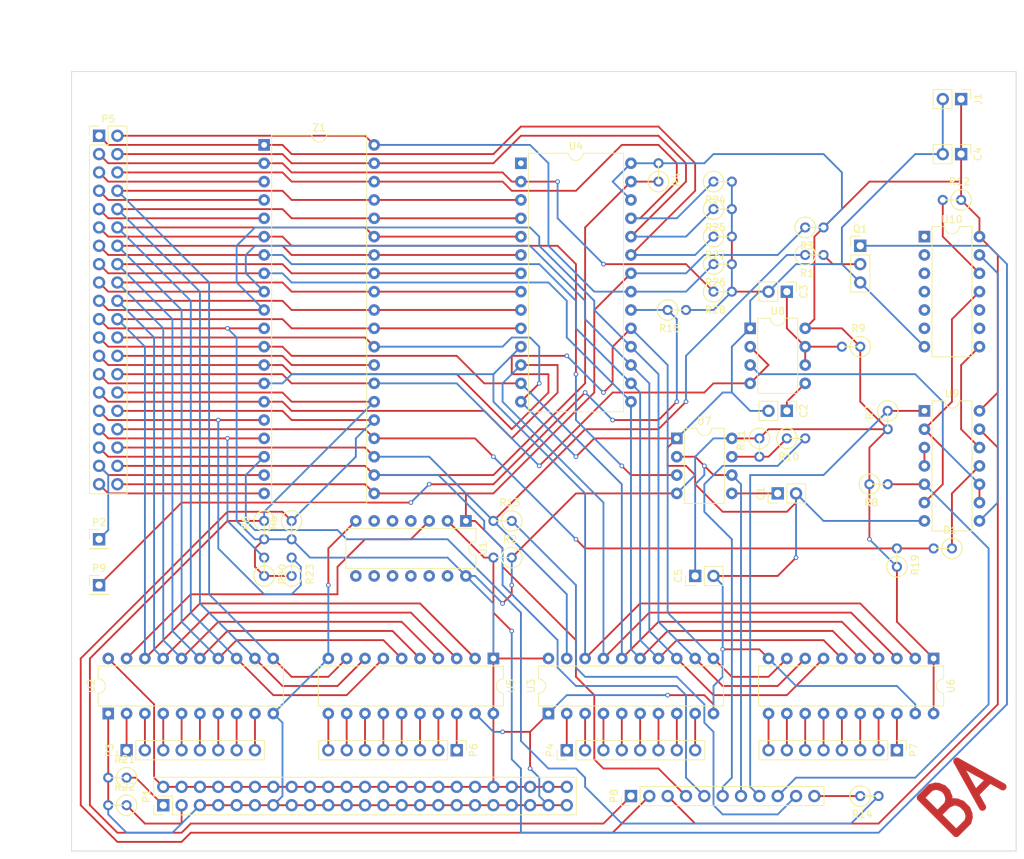
<source format=kicad_pcb>
(kicad_pcb (version 4) (host pcbnew 4.0.5)
  (title_block (title "Z80 Computer"))
  (layers (0 F.Cu mixed) (31 B.Cu mixed) (36 B.SilkS user) (37 F.SilkS user) (38 B.Mask user) (39 F.Mask user) (44 Edge.Cuts user))
  (net 0 "")
  (net 1 "Net-(C1-Pad1)")
  (net 2 GND)
  (net 3 "Net-(C2-Pad1)")
  (net 4 "Net-(C3-Pad1)")
  (net 5 VCC)
  (net 6 "Net-(P1-Pad1)")
  (net 7 "Net-(P1-Pad3)")
  (net 8 "Net-(P3-Pad1)")
  (net 9 "Net-(P3-Pad2)")
  (net 10 "Net-(P3-Pad3)")
  (net 11 "Net-(P3-Pad4)")
  (net 12 "Net-(P3-Pad5)")
  (net 13 "Net-(P3-Pad6)")
  (net 14 "Net-(P3-Pad7)")
  (net 15 "Net-(P3-Pad8)")
  (net 16 "Net-(P4-Pad1)")
  (net 17 "Net-(P4-Pad2)")
  (net 18 "Net-(P4-Pad3)")
  (net 19 "Net-(P4-Pad4)")
  (net 20 "Net-(P4-Pad5)")
  (net 21 "Net-(P4-Pad6)")
  (net 22 "Net-(P4-Pad7)")
  (net 23 "Net-(P4-Pad8)")
  (net 24 "Net-(P5-Pad1)")
  (net 25 "Net-(P5-Pad2)")
  (net 26 "Net-(P5-Pad3)")
  (net 27 "Net-(P5-Pad4)")
  (net 28 "Net-(P5-Pad5)")
  (net 29 "Net-(P5-Pad6)")
  (net 30 "Net-(P5-Pad7)")
  (net 31 "Net-(P5-Pad8)")
  (net 32 "Net-(P5-Pad9)")
  (net 33 "Net-(P5-Pad10)")
  (net 34 CLK)
  (net 35 "Net-(P5-Pad12)")
  (net 36 "Net-(P5-Pad13)")
  (net 37 "Net-(P5-Pad14)")
  (net 38 "Net-(P5-Pad15)")
  (net 39 "Net-(P5-Pad16)")
  (net 40 "Net-(P5-Pad17)")
  (net 41 "Net-(P5-Pad18)")
  (net 42 "Net-(P5-Pad19)")
  (net 43 "Net-(P5-Pad20)")
  (net 44 "Net-(P5-Pad22)")
  (net 45 "Net-(P5-Pad23)")
  (net 46 "Net-(P5-Pad25)")
  (net 47 RFSH)
  (net 48 "Net-(P5-Pad27)")
  (net 49 M1)
  (net 50 "Net-(P5-Pad29)")
  (net 51 RESET)
  (net 52 INT)
  (net 53 BUSRQ)
  (net 54 NMI)
  (net 55 WAIT)
  (net 56 HALT)
  (net 57 BUSACK)
  (net 58 MREQ)
  (net 59 WR)
  (net 60 IOREQ)
  (net 61 RD)
  (net 62 "Net-(P6-Pad1)")
  (net 63 "Net-(P6-Pad2)")
  (net 64 "Net-(P6-Pad3)")
  (net 65 "Net-(P6-Pad4)")
  (net 66 "Net-(P6-Pad5)")
  (net 67 "Net-(P6-Pad6)")
  (net 68 "Net-(P6-Pad7)")
  (net 69 "Net-(P6-Pad8)")
  (net 70 "Net-(P7-Pad1)")
  (net 71 "Net-(P7-Pad2)")
  (net 72 "Net-(P7-Pad3)")
  (net 73 "Net-(P7-Pad4)")
  (net 74 "Net-(P7-Pad5)")
  (net 75 "Net-(P7-Pad6)")
  (net 76 "Net-(P7-Pad7)")
  (net 77 "Net-(P7-Pad8)")
  (net 78 "Net-(P8-Pad3)")
  (net 79 "Net-(P8-Pad6)")
  (net 80 "Net-(P8-Pad8)")
  (net 81 "Net-(P8-Pad9)")
  (net 82 "Net-(P8-Pad10)")
  (net 83 "Net-(P8-Pad11)")
  (net 84 "Net-(Q1-Pad1)")
  (net 85 "Net-(Q1-Pad2)")
  (net 86 "Net-(R10-Pad1)")
  (net 87 "Net-(R12-Pad2)")
  (net 88 "Net-(U1-Pad3)")
  (net 89 "Net-(U8-Pad3)")
  (net 90 "Net-(U10-Pad13)")
  (net 91 "Net-(U10-Pad11)")
  (net 92 "Net-(U9-Pad3)")
  (net 93 "Net-(U10-Pad8)")
  (net 94 "Net-(D1-Pad1)")
  (net 95 "Net-(C5-Pad1)")
  (net 96 "Net-(P9-Pad1)")
  (module Housings_DIP:DIP-40_W15.24mm (layer F.Cu) (at 58.42 73.66)
    (fp_text reference Z1 (at 7.62 -2.39) (layer F.SilkS))
    (fp_text value Z80)
    (pad 1 thru_hole rect (at 0 0) (size 1.6 1.6) (drill 0.8) (layers *.Cu *.Mask) (net 24 "Net-(P5-Pad1)"))
    (pad 21 thru_hole oval (at 15.24 48.26) (size 1.6 1.6) (drill 0.8) (layers *.Cu *.Mask) (net 61 RD))
    (pad 2 thru_hole oval (at 0 2.54) (size 1.6 1.6) (drill 0.8) (layers *.Cu *.Mask) (net 26 "Net-(P5-Pad3)"))
    (pad 22 thru_hole oval (at 15.24 45.72) (size 1.6 1.6) (drill 0.8) (layers *.Cu *.Mask) (net 59 WR))
    (pad 3 thru_hole oval (at 0 5.08) (size 1.6 1.6) (drill 0.8) (layers *.Cu *.Mask) (net 28 "Net-(P5-Pad5)"))
    (pad 23 thru_hole oval (at 15.24 43.18) (size 1.6 1.6) (drill 0.8) (layers *.Cu *.Mask) (net 57 BUSACK))
    (pad 4 thru_hole oval (at 0 7.62) (size 1.6 1.6) (drill 0.8) (layers *.Cu *.Mask) (net 30 "Net-(P5-Pad7)"))
    (pad 24 thru_hole oval (at 15.24 40.64) (size 1.6 1.6) (drill 0.8) (layers *.Cu *.Mask) (net 55 WAIT))
    (pad 5 thru_hole oval (at 0 10.16) (size 1.6 1.6) (drill 0.8) (layers *.Cu *.Mask) (net 32 "Net-(P5-Pad9)"))
    (pad 25 thru_hole oval (at 15.24 38.1) (size 1.6 1.6) (drill 0.8) (layers *.Cu *.Mask) (net 53 BUSRQ))
    (pad 6 thru_hole oval (at 0 12.7) (size 1.6 1.6) (drill 0.8) (layers *.Cu *.Mask) (net 34 CLK))
    (pad 26 thru_hole oval (at 15.24 35.56) (size 1.6 1.6) (drill 0.8) (layers *.Cu *.Mask) (net 51 RESET))
    (pad 7 thru_hole oval (at 0 15.24) (size 1.6 1.6) (drill 0.8) (layers *.Cu *.Mask) (net 36 "Net-(P5-Pad13)"))
    (pad 27 thru_hole oval (at 15.24 33.02) (size 1.6 1.6) (drill 0.8) (layers *.Cu *.Mask) (net 49 M1))
    (pad 8 thru_hole oval (at 0 17.78) (size 1.6 1.6) (drill 0.8) (layers *.Cu *.Mask) (net 38 "Net-(P5-Pad15)"))
    (pad 28 thru_hole oval (at 15.24 30.48) (size 1.6 1.6) (drill 0.8) (layers *.Cu *.Mask) (net 47 RFSH))
    (pad 9 thru_hole oval (at 0 20.32) (size 1.6 1.6) (drill 0.8) (layers *.Cu *.Mask) (net 40 "Net-(P5-Pad17)"))
    (pad 29 thru_hole oval (at 15.24 27.94) (size 1.6 1.6) (drill 0.8) (layers *.Cu *.Mask) (net 2 GND))
    (pad 10 thru_hole oval (at 0 22.86) (size 1.6 1.6) (drill 0.8) (layers *.Cu *.Mask) (net 42 "Net-(P5-Pad19)"))
    (pad 30 thru_hole oval (at 15.24 25.4) (size 1.6 1.6) (drill 0.8) (layers *.Cu *.Mask) (net 44 "Net-(P5-Pad22)"))
    (pad 11 thru_hole oval (at 0 25.4) (size 1.6 1.6) (drill 0.8) (layers *.Cu *.Mask) (net 5 VCC))
    (pad 31 thru_hole oval (at 15.24 22.86) (size 1.6 1.6) (drill 0.8) (layers *.Cu *.Mask) (net 43 "Net-(P5-Pad20)"))
    (pad 12 thru_hole oval (at 0 27.94) (size 1.6 1.6) (drill 0.8) (layers *.Cu *.Mask) (net 45 "Net-(P5-Pad23)"))
    (pad 32 thru_hole oval (at 15.24 20.32) (size 1.6 1.6) (drill 0.8) (layers *.Cu *.Mask) (net 41 "Net-(P5-Pad18)"))
    (pad 13 thru_hole oval (at 0 30.48) (size 1.6 1.6) (drill 0.8) (layers *.Cu *.Mask) (net 46 "Net-(P5-Pad25)"))
    (pad 33 thru_hole oval (at 15.24 17.78) (size 1.6 1.6) (drill 0.8) (layers *.Cu *.Mask) (net 39 "Net-(P5-Pad16)"))
    (pad 14 thru_hole oval (at 0 33.02) (size 1.6 1.6) (drill 0.8) (layers *.Cu *.Mask) (net 48 "Net-(P5-Pad27)"))
    (pad 34 thru_hole oval (at 15.24 15.24) (size 1.6 1.6) (drill 0.8) (layers *.Cu *.Mask) (net 37 "Net-(P5-Pad14)"))
    (pad 15 thru_hole oval (at 0 35.56) (size 1.6 1.6) (drill 0.8) (layers *.Cu *.Mask) (net 50 "Net-(P5-Pad29)"))
    (pad 35 thru_hole oval (at 15.24 12.7) (size 1.6 1.6) (drill 0.8) (layers *.Cu *.Mask) (net 35 "Net-(P5-Pad12)"))
    (pad 16 thru_hole oval (at 0 38.1) (size 1.6 1.6) (drill 0.8) (layers *.Cu *.Mask) (net 52 INT))
    (pad 36 thru_hole oval (at 15.24 10.16) (size 1.6 1.6) (drill 0.8) (layers *.Cu *.Mask) (net 33 "Net-(P5-Pad10)"))
    (pad 17 thru_hole oval (at 0 40.64) (size 1.6 1.6) (drill 0.8) (layers *.Cu *.Mask) (net 54 NMI))
    (pad 37 thru_hole oval (at 15.24 7.62) (size 1.6 1.6) (drill 0.8) (layers *.Cu *.Mask) (net 31 "Net-(P5-Pad8)"))
    (pad 18 thru_hole oval (at 0 43.18) (size 1.6 1.6) (drill 0.8) (layers *.Cu *.Mask) (net 56 HALT))
    (pad 38 thru_hole oval (at 15.24 5.08) (size 1.6 1.6) (drill 0.8) (layers *.Cu *.Mask) (net 29 "Net-(P5-Pad6)"))
    (pad 19 thru_hole oval (at 0 45.72) (size 1.6 1.6) (drill 0.8) (layers *.Cu *.Mask) (net 58 MREQ))
    (pad 39 thru_hole oval (at 15.24 2.54) (size 1.6 1.6) (drill 0.8) (layers *.Cu *.Mask) (net 27 "Net-(P5-Pad4)"))
    (pad 20 thru_hole oval (at 0 48.26) (size 1.6 1.6) (drill 0.8) (layers *.Cu *.Mask) (net 60 IOREQ))
    (pad 40 thru_hole oval (at 15.24 0) (size 1.6 1.6) (drill 0.8) (layers *.Cu *.Mask) (net 25 "Net-(P5-Pad2)"))
  )
  (module Housings_DIP:DIP-28_W15.24mm (layer F.Cu) (at 93.98 76.2)
    (fp_text reference U4 (at 7.62 -2.39) (layer F.SilkS))
    (fp_text value AS6C6264)
    (pad 1 thru_hole rect (at 0 0) (size 1.6 1.6) (drill 0.8) (layers *.Cu *.Mask))
    (pad 15 thru_hole oval (at 15.24 33.02) (size 1.6 1.6) (drill 0.8) (layers *.Cu *.Mask) (net 38 "Net-(P5-Pad15)"))
    (pad 2 thru_hole oval (at 0 2.54) (size 1.6 1.6) (drill 0.8) (layers *.Cu *.Mask) (net 26 "Net-(P5-Pad3)"))
    (pad 16 thru_hole oval (at 15.24 30.48) (size 1.6 1.6) (drill 0.8) (layers *.Cu *.Mask) (net 36 "Net-(P5-Pad13)"))
    (pad 3 thru_hole oval (at 0 5.08) (size 1.6 1.6) (drill 0.8) (layers *.Cu *.Mask) (net 31 "Net-(P5-Pad8)"))
    (pad 17 thru_hole oval (at 15.24 27.94) (size 1.6 1.6) (drill 0.8) (layers *.Cu *.Mask) (net 40 "Net-(P5-Pad17)"))
    (pad 4 thru_hole oval (at 0 7.62) (size 1.6 1.6) (drill 0.8) (layers *.Cu *.Mask) (net 33 "Net-(P5-Pad10)"))
    (pad 18 thru_hole oval (at 15.24 25.4) (size 1.6 1.6) (drill 0.8) (layers *.Cu *.Mask) (net 42 "Net-(P5-Pad19)"))
    (pad 5 thru_hole oval (at 0 10.16) (size 1.6 1.6) (drill 0.8) (layers *.Cu *.Mask) (net 35 "Net-(P5-Pad12)"))
    (pad 19 thru_hole oval (at 15.24 22.86) (size 1.6 1.6) (drill 0.8) (layers *.Cu *.Mask) (net 46 "Net-(P5-Pad25)"))
    (pad 6 thru_hole oval (at 0 12.7) (size 1.6 1.6) (drill 0.8) (layers *.Cu *.Mask) (net 37 "Net-(P5-Pad14)"))
    (pad 20 thru_hole oval (at 15.24 20.32) (size 1.6 1.6) (drill 0.8) (layers *.Cu *.Mask) (net 96 "Net-(P9-Pad1)"))
    (pad 7 thru_hole oval (at 0 15.24) (size 1.6 1.6) (drill 0.8) (layers *.Cu *.Mask) (net 39 "Net-(P5-Pad16)"))
    (pad 21 thru_hole oval (at 15.24 17.78) (size 1.6 1.6) (drill 0.8) (layers *.Cu *.Mask) (net 25 "Net-(P5-Pad2)"))
    (pad 8 thru_hole oval (at 0 17.78) (size 1.6 1.6) (drill 0.8) (layers *.Cu *.Mask) (net 41 "Net-(P5-Pad18)"))
    (pad 22 thru_hole oval (at 15.24 15.24) (size 1.6 1.6) (drill 0.8) (layers *.Cu *.Mask) (net 61 RD))
    (pad 9 thru_hole oval (at 0 20.32) (size 1.6 1.6) (drill 0.8) (layers *.Cu *.Mask) (net 43 "Net-(P5-Pad20)"))
    (pad 23 thru_hole oval (at 15.24 12.7) (size 1.6 1.6) (drill 0.8) (layers *.Cu *.Mask) (net 24 "Net-(P5-Pad1)"))
    (pad 10 thru_hole oval (at 0 22.86) (size 1.6 1.6) (drill 0.8) (layers *.Cu *.Mask) (net 44 "Net-(P5-Pad22)"))
    (pad 24 thru_hole oval (at 15.24 10.16) (size 1.6 1.6) (drill 0.8) (layers *.Cu *.Mask) (net 27 "Net-(P5-Pad4)"))
    (pad 11 thru_hole oval (at 0 25.4) (size 1.6 1.6) (drill 0.8) (layers *.Cu *.Mask) (net 48 "Net-(P5-Pad27)"))
    (pad 25 thru_hole oval (at 15.24 7.62) (size 1.6 1.6) (drill 0.8) (layers *.Cu *.Mask) (net 29 "Net-(P5-Pad6)"))
    (pad 12 thru_hole oval (at 0 27.94) (size 1.6 1.6) (drill 0.8) (layers *.Cu *.Mask) (net 50 "Net-(P5-Pad29)"))
    (pad 26 thru_hole oval (at 15.24 5.08) (size 1.6 1.6) (drill 0.8) (layers *.Cu *.Mask) (net 5 VCC))
    (pad 13 thru_hole oval (at 0 30.48) (size 1.6 1.6) (drill 0.8) (layers *.Cu *.Mask) (net 45 "Net-(P5-Pad23)"))
    (pad 27 thru_hole oval (at 15.24 2.54) (size 1.6 1.6) (drill 0.8) (layers *.Cu *.Mask) (net 59 WR))
    (pad 14 thru_hole oval (at 0 33.02) (size 1.6 1.6) (drill 0.8) (layers *.Cu *.Mask) (net 2 GND))
    (pad 28 thru_hole oval (at 15.24 0) (size 1.6 1.6) (drill 0.8) (layers *.Cu *.Mask) (net 5 VCC))
  )
  (module Pin_Headers:Pin_Header_Straight_2x20_Pitch2.54mm (layer F.Cu) (at 35.56 72.39)
    (fp_text reference P5 (at 1.27 -2.33) (layer F.SilkS))
    (fp_text value CONN_02X20)
    (pad 1 thru_hole rect (at 0 0) (size 1.7 1.7) (drill 1) (layers *.Cu *.Mask) (net 24 "Net-(P5-Pad1)"))
    (pad 2 thru_hole oval (at 2.54 0) (size 1.7 1.7) (drill 1) (layers *.Cu *.Mask) (net 25 "Net-(P5-Pad2)"))
    (pad 3 thru_hole oval (at 0 2.54) (size 1.7 1.7) (drill 1) (layers *.Cu *.Mask) (net 26 "Net-(P5-Pad3)"))
    (pad 4 thru_hole oval (at 2.54 2.54) (size 1.7 1.7) (drill 1) (layers *.Cu *.Mask) (net 27 "Net-(P5-Pad4)"))
    (pad 5 thru_hole oval (at 0 5.08) (size 1.7 1.7) (drill 1) (layers *.Cu *.Mask) (net 28 "Net-(P5-Pad5)"))
    (pad 6 thru_hole oval (at 2.54 5.08) (size 1.7 1.7) (drill 1) (layers *.Cu *.Mask) (net 29 "Net-(P5-Pad6)"))
    (pad 7 thru_hole oval (at 0 7.62) (size 1.7 1.7) (drill 1) (layers *.Cu *.Mask) (net 30 "Net-(P5-Pad7)"))
    (pad 8 thru_hole oval (at 2.54 7.62) (size 1.7 1.7) (drill 1) (layers *.Cu *.Mask) (net 31 "Net-(P5-Pad8)"))
    (pad 9 thru_hole oval (at 0 10.16) (size 1.7 1.7) (drill 1) (layers *.Cu *.Mask) (net 32 "Net-(P5-Pad9)"))
    (pad 10 thru_hole oval (at 2.54 10.16) (size 1.7 1.7) (drill 1) (layers *.Cu *.Mask) (net 33 "Net-(P5-Pad10)"))
    (pad 11 thru_hole oval (at 0 12.7) (size 1.7 1.7) (drill 1) (layers *.Cu *.Mask) (net 34 CLK))
    (pad 12 thru_hole oval (at 2.54 12.7) (size 1.7 1.7) (drill 1) (layers *.Cu *.Mask) (net 35 "Net-(P5-Pad12)"))
    (pad 13 thru_hole oval (at 0 15.24) (size 1.7 1.7) (drill 1) (layers *.Cu *.Mask) (net 36 "Net-(P5-Pad13)"))
    (pad 14 thru_hole oval (at 2.54 15.24) (size 1.7 1.7) (drill 1) (layers *.Cu *.Mask) (net 37 "Net-(P5-Pad14)"))
    (pad 15 thru_hole oval (at 0 17.78) (size 1.7 1.7) (drill 1) (layers *.Cu *.Mask) (net 38 "Net-(P5-Pad15)"))
    (pad 16 thru_hole oval (at 2.54 17.78) (size 1.7 1.7) (drill 1) (layers *.Cu *.Mask) (net 39 "Net-(P5-Pad16)"))
    (pad 17 thru_hole oval (at 0 20.32) (size 1.7 1.7) (drill 1) (layers *.Cu *.Mask) (net 40 "Net-(P5-Pad17)"))
    (pad 18 thru_hole oval (at 2.54 20.32) (size 1.7 1.7) (drill 1) (layers *.Cu *.Mask) (net 41 "Net-(P5-Pad18)"))
    (pad 19 thru_hole oval (at 0 22.86) (size 1.7 1.7) (drill 1) (layers *.Cu *.Mask) (net 42 "Net-(P5-Pad19)"))
    (pad 20 thru_hole oval (at 2.54 22.86) (size 1.7 1.7) (drill 1) (layers *.Cu *.Mask) (net 43 "Net-(P5-Pad20)"))
    (pad 21 thru_hole oval (at 0 25.4) (size 1.7 1.7) (drill 1) (layers *.Cu *.Mask) (net 5 VCC))
    (pad 22 thru_hole oval (at 2.54 25.4) (size 1.7 1.7) (drill 1) (layers *.Cu *.Mask) (net 44 "Net-(P5-Pad22)"))
    (pad 23 thru_hole oval (at 0 27.94) (size 1.7 1.7) (drill 1) (layers *.Cu *.Mask) (net 45 "Net-(P5-Pad23)"))
    (pad 24 thru_hole oval (at 2.54 27.94) (size 1.7 1.7) (drill 1) (layers *.Cu *.Mask) (net 2 GND))
    (pad 25 thru_hole oval (at 0 30.48) (size 1.7 1.7) (drill 1) (layers *.Cu *.Mask) (net 46 "Net-(P5-Pad25)"))
    (pad 26 thru_hole oval (at 2.54 30.48) (size 1.7 1.7) (drill 1) (layers *.Cu *.Mask) (net 47 RFSH))
    (pad 27 thru_hole oval (at 0 33.02) (size 1.7 1.7) (drill 1) (layers *.Cu *.Mask) (net 48 "Net-(P5-Pad27)"))
    (pad 28 thru_hole oval (at 2.54 33.02) (size 1.7 1.7) (drill 1) (layers *.Cu *.Mask) (net 49 M1))
    (pad 29 thru_hole oval (at 0 35.56) (size 1.7 1.7) (drill 1) (layers *.Cu *.Mask) (net 50 "Net-(P5-Pad29)"))
    (pad 30 thru_hole oval (at 2.54 35.56) (size 1.7 1.7) (drill 1) (layers *.Cu *.Mask) (net 51 RESET))
    (pad 31 thru_hole oval (at 0 38.1) (size 1.7 1.7) (drill 1) (layers *.Cu *.Mask) (net 52 INT))
    (pad 32 thru_hole oval (at 2.54 38.1) (size 1.7 1.7) (drill 1) (layers *.Cu *.Mask) (net 53 BUSRQ))
    (pad 33 thru_hole oval (at 0 40.64) (size 1.7 1.7) (drill 1) (layers *.Cu *.Mask) (net 54 NMI))
    (pad 34 thru_hole oval (at 2.54 40.64) (size 1.7 1.7) (drill 1) (layers *.Cu *.Mask) (net 55 WAIT))
    (pad 35 thru_hole oval (at 0 43.18) (size 1.7 1.7) (drill 1) (layers *.Cu *.Mask) (net 56 HALT))
    (pad 36 thru_hole oval (at 2.54 43.18) (size 1.7 1.7) (drill 1) (layers *.Cu *.Mask) (net 57 BUSACK))
    (pad 37 thru_hole oval (at 0 45.72) (size 1.7 1.7) (drill 1) (layers *.Cu *.Mask) (net 58 MREQ))
    (pad 38 thru_hole oval (at 2.54 45.72) (size 1.7 1.7) (drill 1) (layers *.Cu *.Mask) (net 59 WR))
    (pad 39 thru_hole oval (at 0 48.26) (size 1.7 1.7) (drill 1) (layers *.Cu *.Mask) (net 60 IOREQ))
    (pad 40 thru_hole oval (at 2.54 48.26) (size 1.7 1.7) (drill 1) (layers *.Cu *.Mask) (net 61 RD))
  )
  (module Pin_Headers:Pin_Header_Straight_1x02_Pitch2.54mm (layer F.Cu) (at 129.54 121.92 90)
    (fp_text reference C1 (at 0 -2.33 90) (layer F.SilkS))
    (fp_text value 10nF)
    (pad 1 thru_hole rect (at 0 0 90) (size 1.7 1.7) (drill 1) (layers *.Cu *.Mask) (net 1 "Net-(C1-Pad1)"))
    (pad 2 thru_hole oval (at 0 2.54 90) (size 1.7 1.7) (drill 1) (layers *.Cu *.Mask) (net 2 GND))
  )
  (module Pin_Headers:Pin_Header_Straight_1x02_Pitch2.54mm (layer F.Cu) (at 130.81 110.49 270)
    (fp_text reference C2 (at 0 -2.33 270) (layer F.SilkS))
    (fp_text value 10nF)
    (pad 1 thru_hole rect (at 0 0 270) (size 1.7 1.7) (drill 1) (layers *.Cu *.Mask) (net 3 "Net-(C2-Pad1)"))
    (pad 2 thru_hole oval (at 0 2.54 270) (size 1.7 1.7) (drill 1) (layers *.Cu *.Mask) (net 2 GND))
  )
  (module Pin_Headers:Pin_Header_Straight_1x02_Pitch2.54mm (layer F.Cu) (at 130.81 93.98 270)
    (fp_text reference C3 (at 0 -2.33 270) (layer F.SilkS))
    (fp_text value 10nF)
    (pad 1 thru_hole rect (at 0 0 270) (size 1.7 1.7) (drill 1) (layers *.Cu *.Mask) (net 4 "Net-(C3-Pad1)"))
    (pad 2 thru_hole oval (at 0 2.54 270) (size 1.7 1.7) (drill 1) (layers *.Cu *.Mask) (net 2 GND))
  )
  (module Pin_Headers:Pin_Header_Straight_1x02_Pitch2.54mm (layer F.Cu) (at 154.94 74.93 270)
    (fp_text reference C4 (at 0 -2.33 270) (layer F.SilkS))
    (fp_text value 10uF)
    (pad 1 thru_hole rect (at 0 0 270) (size 1.7 1.7) (drill 1) (layers *.Cu *.Mask) (net 5 VCC))
    (pad 2 thru_hole oval (at 0 2.54 270) (size 1.7 1.7) (drill 1) (layers *.Cu *.Mask) (net 2 GND))
  )
  (module Pin_Headers:Pin_Header_Straight_1x02_Pitch2.54mm (layer F.Cu) (at 154.94 67.31 270)
    (fp_text reference J1 (at 0 -2.33 270) (layer F.SilkS))
    (fp_text value Screw_Terminal_Power_Input)
    (pad 1 thru_hole rect (at 0 0 270) (size 1.7 1.7) (drill 1) (layers *.Cu *.Mask) (net 5 VCC))
    (pad 2 thru_hole oval (at 0 2.54 270) (size 1.7 1.7) (drill 1) (layers *.Cu *.Mask) (net 2 GND))
  )
  (module Pin_Headers:Pin_Header_Straight_2x23_Pitch2.54mm (layer F.Cu) (at 44.45 165.1 90)
    (fp_text reference P1 (at 1.27 -2.33 90) (layer F.SilkS))
    (fp_text value CONN_02X23)
    (pad 1 thru_hole rect (at 0 0 90) (size 1.7 1.7) (drill 1) (layers *.Cu *.Mask) (net 6 "Net-(P1-Pad1)"))
    (pad 2 thru_hole oval (at 2.54 0 90) (size 1.7 1.7) (drill 1) (layers *.Cu *.Mask) (net 5 VCC))
    (pad 3 thru_hole oval (at 0 2.54 90) (size 1.7 1.7) (drill 1) (layers *.Cu *.Mask) (net 7 "Net-(P1-Pad3)"))
    (pad 4 thru_hole oval (at 2.54 2.54 90) (size 1.7 1.7) (drill 1) (layers *.Cu *.Mask) (net 5 VCC))
    (pad 5 thru_hole oval (at 0 5.08 90) (size 1.7 1.7) (drill 1) (layers *.Cu *.Mask) (net 2 GND))
    (pad 6 thru_hole oval (at 2.54 5.08 90) (size 1.7 1.7) (drill 1) (layers *.Cu *.Mask) (net 5 VCC))
    (pad 7 thru_hole oval (at 0 7.62 90) (size 1.7 1.7) (drill 1) (layers *.Cu *.Mask) (net 2 GND))
    (pad 8 thru_hole oval (at 2.54 7.62 90) (size 1.7 1.7) (drill 1) (layers *.Cu *.Mask) (net 5 VCC))
    (pad 9 thru_hole oval (at 0 10.16 90) (size 1.7 1.7) (drill 1) (layers *.Cu *.Mask) (net 2 GND))
    (pad 10 thru_hole oval (at 2.54 10.16 90) (size 1.7 1.7) (drill 1) (layers *.Cu *.Mask) (net 5 VCC))
    (pad 11 thru_hole oval (at 0 12.7 90) (size 1.7 1.7) (drill 1) (layers *.Cu *.Mask) (net 2 GND))
    (pad 12 thru_hole oval (at 2.54 12.7 90) (size 1.7 1.7) (drill 1) (layers *.Cu *.Mask) (net 5 VCC))
    (pad 13 thru_hole oval (at 0 15.24 90) (size 1.7 1.7) (drill 1) (layers *.Cu *.Mask) (net 2 GND))
    (pad 14 thru_hole oval (at 2.54 15.24 90) (size 1.7 1.7) (drill 1) (layers *.Cu *.Mask) (net 5 VCC))
    (pad 15 thru_hole oval (at 0 17.78 90) (size 1.7 1.7) (drill 1) (layers *.Cu *.Mask) (net 2 GND))
    (pad 16 thru_hole oval (at 2.54 17.78 90) (size 1.7 1.7) (drill 1) (layers *.Cu *.Mask) (net 5 VCC))
    (pad 17 thru_hole oval (at 0 20.32 90) (size 1.7 1.7) (drill 1) (layers *.Cu *.Mask) (net 2 GND))
    (pad 18 thru_hole oval (at 2.54 20.32 90) (size 1.7 1.7) (drill 1) (layers *.Cu *.Mask) (net 5 VCC))
    (pad 19 thru_hole oval (at 0 22.86 90) (size 1.7 1.7) (drill 1) (layers *.Cu *.Mask) (net 2 GND))
    (pad 20 thru_hole oval (at 2.54 22.86 90) (size 1.7 1.7) (drill 1) (layers *.Cu *.Mask) (net 5 VCC))
    (pad 21 thru_hole oval (at 0 25.4 90) (size 1.7 1.7) (drill 1) (layers *.Cu *.Mask) (net 2 GND))
    (pad 22 thru_hole oval (at 2.54 25.4 90) (size 1.7 1.7) (drill 1) (layers *.Cu *.Mask) (net 5 VCC))
    (pad 23 thru_hole oval (at 0 27.94 90) (size 1.7 1.7) (drill 1) (layers *.Cu *.Mask) (net 2 GND))
    (pad 24 thru_hole oval (at 2.54 27.94 90) (size 1.7 1.7) (drill 1) (layers *.Cu *.Mask) (net 5 VCC))
    (pad 25 thru_hole oval (at 0 30.48 90) (size 1.7 1.7) (drill 1) (layers *.Cu *.Mask) (net 2 GND))
    (pad 26 thru_hole oval (at 2.54 30.48 90) (size 1.7 1.7) (drill 1) (layers *.Cu *.Mask) (net 5 VCC))
    (pad 27 thru_hole oval (at 0 33.02 90) (size 1.7 1.7) (drill 1) (layers *.Cu *.Mask) (net 2 GND))
    (pad 28 thru_hole oval (at 2.54 33.02 90) (size 1.7 1.7) (drill 1) (layers *.Cu *.Mask) (net 5 VCC))
    (pad 29 thru_hole oval (at 0 35.56 90) (size 1.7 1.7) (drill 1) (layers *.Cu *.Mask) (net 2 GND))
    (pad 30 thru_hole oval (at 2.54 35.56 90) (size 1.7 1.7) (drill 1) (layers *.Cu *.Mask) (net 5 VCC))
    (pad 31 thru_hole oval (at 0 38.1 90) (size 1.7 1.7) (drill 1) (layers *.Cu *.Mask) (net 2 GND))
    (pad 32 thru_hole oval (at 2.54 38.1 90) (size 1.7 1.7) (drill 1) (layers *.Cu *.Mask) (net 5 VCC))
    (pad 33 thru_hole oval (at 0 40.64 90) (size 1.7 1.7) (drill 1) (layers *.Cu *.Mask) (net 2 GND))
    (pad 34 thru_hole oval (at 2.54 40.64 90) (size 1.7 1.7) (drill 1) (layers *.Cu *.Mask) (net 5 VCC))
    (pad 35 thru_hole oval (at 0 43.18 90) (size 1.7 1.7) (drill 1) (layers *.Cu *.Mask) (net 2 GND))
    (pad 36 thru_hole oval (at 2.54 43.18 90) (size 1.7 1.7) (drill 1) (layers *.Cu *.Mask) (net 5 VCC))
    (pad 37 thru_hole oval (at 0 45.72 90) (size 1.7 1.7) (drill 1) (layers *.Cu *.Mask) (net 2 GND))
    (pad 38 thru_hole oval (at 2.54 45.72 90) (size 1.7 1.7) (drill 1) (layers *.Cu *.Mask) (net 5 VCC))
    (pad 39 thru_hole oval (at 0 48.26 90) (size 1.7 1.7) (drill 1) (layers *.Cu *.Mask) (net 2 GND))
    (pad 40 thru_hole oval (at 2.54 48.26 90) (size 1.7 1.7) (drill 1) (layers *.Cu *.Mask) (net 5 VCC))
    (pad 41 thru_hole oval (at 0 50.8 90) (size 1.7 1.7) (drill 1) (layers *.Cu *.Mask) (net 2 GND))
    (pad 42 thru_hole oval (at 2.54 50.8 90) (size 1.7 1.7) (drill 1) (layers *.Cu *.Mask) (net 5 VCC))
    (pad 43 thru_hole oval (at 0 53.34 90) (size 1.7 1.7) (drill 1) (layers *.Cu *.Mask) (net 2 GND))
    (pad 44 thru_hole oval (at 2.54 53.34 90) (size 1.7 1.7) (drill 1) (layers *.Cu *.Mask) (net 5 VCC))
    (pad 45 thru_hole oval (at 0 55.88 90) (size 1.7 1.7) (drill 1) (layers *.Cu *.Mask) (net 2 GND))
    (pad 46 thru_hole oval (at 2.54 55.88 90) (size 1.7 1.7) (drill 1) (layers *.Cu *.Mask) (net 5 VCC))
  )
  (module Pin_Headers:Pin_Header_Straight_1x08_Pitch2.54mm (layer F.Cu) (at 39.37 157.48 90)
    (fp_text reference P3 (at 0 -2.33 90) (layer F.SilkS))
    (fp_text value CONN_01X08)
    (pad 1 thru_hole rect (at 0 0 90) (size 1.7 1.7) (drill 1) (layers *.Cu *.Mask) (net 8 "Net-(P3-Pad1)"))
    (pad 2 thru_hole oval (at 0 2.54 90) (size 1.7 1.7) (drill 1) (layers *.Cu *.Mask) (net 9 "Net-(P3-Pad2)"))
    (pad 3 thru_hole oval (at 0 5.08 90) (size 1.7 1.7) (drill 1) (layers *.Cu *.Mask) (net 10 "Net-(P3-Pad3)"))
    (pad 4 thru_hole oval (at 0 7.62 90) (size 1.7 1.7) (drill 1) (layers *.Cu *.Mask) (net 11 "Net-(P3-Pad4)"))
    (pad 5 thru_hole oval (at 0 10.16 90) (size 1.7 1.7) (drill 1) (layers *.Cu *.Mask) (net 12 "Net-(P3-Pad5)"))
    (pad 6 thru_hole oval (at 0 12.7 90) (size 1.7 1.7) (drill 1) (layers *.Cu *.Mask) (net 13 "Net-(P3-Pad6)"))
    (pad 7 thru_hole oval (at 0 15.24 90) (size 1.7 1.7) (drill 1) (layers *.Cu *.Mask) (net 14 "Net-(P3-Pad7)"))
    (pad 8 thru_hole oval (at 0 17.78 90) (size 1.7 1.7) (drill 1) (layers *.Cu *.Mask) (net 15 "Net-(P3-Pad8)"))
  )
  (module Pin_Headers:Pin_Header_Straight_1x08_Pitch2.54mm (layer F.Cu) (at 100.33 157.48 90)
    (fp_text reference P4 (at 0 -2.33 90) (layer F.SilkS))
    (fp_text value CONN_01X08)
    (pad 1 thru_hole rect (at 0 0 90) (size 1.7 1.7) (drill 1) (layers *.Cu *.Mask) (net 16 "Net-(P4-Pad1)"))
    (pad 2 thru_hole oval (at 0 2.54 90) (size 1.7 1.7) (drill 1) (layers *.Cu *.Mask) (net 17 "Net-(P4-Pad2)"))
    (pad 3 thru_hole oval (at 0 5.08 90) (size 1.7 1.7) (drill 1) (layers *.Cu *.Mask) (net 18 "Net-(P4-Pad3)"))
    (pad 4 thru_hole oval (at 0 7.62 90) (size 1.7 1.7) (drill 1) (layers *.Cu *.Mask) (net 19 "Net-(P4-Pad4)"))
    (pad 5 thru_hole oval (at 0 10.16 90) (size 1.7 1.7) (drill 1) (layers *.Cu *.Mask) (net 20 "Net-(P4-Pad5)"))
    (pad 6 thru_hole oval (at 0 12.7 90) (size 1.7 1.7) (drill 1) (layers *.Cu *.Mask) (net 21 "Net-(P4-Pad6)"))
    (pad 7 thru_hole oval (at 0 15.24 90) (size 1.7 1.7) (drill 1) (layers *.Cu *.Mask) (net 22 "Net-(P4-Pad7)"))
    (pad 8 thru_hole oval (at 0 17.78 90) (size 1.7 1.7) (drill 1) (layers *.Cu *.Mask) (net 23 "Net-(P4-Pad8)"))
  )
  (module Pin_Headers:Pin_Header_Straight_1x08_Pitch2.54mm (layer F.Cu) (at 85.09 157.48 270)
    (fp_text reference P6 (at 0 -2.33 270) (layer F.SilkS))
    (fp_text value CONN_01X08)
    (pad 1 thru_hole rect (at 0 0 270) (size 1.7 1.7) (drill 1) (layers *.Cu *.Mask) (net 62 "Net-(P6-Pad1)"))
    (pad 2 thru_hole oval (at 0 2.54 270) (size 1.7 1.7) (drill 1) (layers *.Cu *.Mask) (net 63 "Net-(P6-Pad2)"))
    (pad 3 thru_hole oval (at 0 5.08 270) (size 1.7 1.7) (drill 1) (layers *.Cu *.Mask) (net 64 "Net-(P6-Pad3)"))
    (pad 4 thru_hole oval (at 0 7.62 270) (size 1.7 1.7) (drill 1) (layers *.Cu *.Mask) (net 65 "Net-(P6-Pad4)"))
    (pad 5 thru_hole oval (at 0 10.16 270) (size 1.7 1.7) (drill 1) (layers *.Cu *.Mask) (net 66 "Net-(P6-Pad5)"))
    (pad 6 thru_hole oval (at 0 12.7 270) (size 1.7 1.7) (drill 1) (layers *.Cu *.Mask) (net 67 "Net-(P6-Pad6)"))
    (pad 7 thru_hole oval (at 0 15.24 270) (size 1.7 1.7) (drill 1) (layers *.Cu *.Mask) (net 68 "Net-(P6-Pad7)"))
    (pad 8 thru_hole oval (at 0 17.78 270) (size 1.7 1.7) (drill 1) (layers *.Cu *.Mask) (net 69 "Net-(P6-Pad8)"))
  )
  (module Pin_Headers:Pin_Header_Straight_1x08_Pitch2.54mm (layer F.Cu) (at 146.05 157.48 270)
    (fp_text reference P7 (at 0 -2.33 270) (layer F.SilkS))
    (fp_text value CONN_01X08)
    (pad 1 thru_hole rect (at 0 0 270) (size 1.7 1.7) (drill 1) (layers *.Cu *.Mask) (net 70 "Net-(P7-Pad1)"))
    (pad 2 thru_hole oval (at 0 2.54 270) (size 1.7 1.7) (drill 1) (layers *.Cu *.Mask) (net 71 "Net-(P7-Pad2)"))
    (pad 3 thru_hole oval (at 0 5.08 270) (size 1.7 1.7) (drill 1) (layers *.Cu *.Mask) (net 72 "Net-(P7-Pad3)"))
    (pad 4 thru_hole oval (at 0 7.62 270) (size 1.7 1.7) (drill 1) (layers *.Cu *.Mask) (net 73 "Net-(P7-Pad4)"))
    (pad 5 thru_hole oval (at 0 10.16 270) (size 1.7 1.7) (drill 1) (layers *.Cu *.Mask) (net 74 "Net-(P7-Pad5)"))
    (pad 6 thru_hole oval (at 0 12.7 270) (size 1.7 1.7) (drill 1) (layers *.Cu *.Mask) (net 75 "Net-(P7-Pad6)"))
    (pad 7 thru_hole oval (at 0 15.24 270) (size 1.7 1.7) (drill 1) (layers *.Cu *.Mask) (net 76 "Net-(P7-Pad7)"))
    (pad 8 thru_hole oval (at 0 17.78 270) (size 1.7 1.7) (drill 1) (layers *.Cu *.Mask) (net 77 "Net-(P7-Pad8)"))
  )
  (module Pin_Headers:Pin_Header_Straight_1x11_Pitch2.54mm (layer F.Cu) (at 109.22 163.83 90)
    (fp_text reference P8 (at 0 -2.33 90) (layer F.SilkS))
    (fp_text value CONN_01X11)
    (pad 1 thru_hole rect (at 0 0 90) (size 1.7 1.7) (drill 1) (layers *.Cu *.Mask) (net 51 RESET))
    (pad 2 thru_hole oval (at 0 2.54 90) (size 1.7 1.7) (drill 1) (layers *.Cu *.Mask) (net 53 BUSRQ))
    (pad 3 thru_hole oval (at 0 5.08 90) (size 1.7 1.7) (drill 1) (layers *.Cu *.Mask) (net 78 "Net-(P8-Pad3)"))
    (pad 4 thru_hole oval (at 0 7.62 90) (size 1.7 1.7) (drill 1) (layers *.Cu *.Mask) (net 61 RD))
    (pad 5 thru_hole oval (at 0 10.16 90) (size 1.7 1.7) (drill 1) (layers *.Cu *.Mask) (net 59 WR))
    (pad 6 thru_hole oval (at 0 12.7 90) (size 1.7 1.7) (drill 1) (layers *.Cu *.Mask) (net 79 "Net-(P8-Pad6)"))
    (pad 7 thru_hole oval (at 0 15.24 90) (size 1.7 1.7) (drill 1) (layers *.Cu *.Mask) (net 95 "Net-(C5-Pad1)"))
    (pad 8 thru_hole oval (at 0 17.78 90) (size 1.7 1.7) (drill 1) (layers *.Cu *.Mask) (net 80 "Net-(P8-Pad8)"))
    (pad 9 thru_hole oval (at 0 20.32 90) (size 1.7 1.7) (drill 1) (layers *.Cu *.Mask) (net 81 "Net-(P8-Pad9)"))
    (pad 10 thru_hole oval (at 0 22.86 90) (size 1.7 1.7) (drill 1) (layers *.Cu *.Mask) (net 82 "Net-(P8-Pad10)"))
    (pad 11 thru_hole oval (at 0 25.4 90) (size 1.7 1.7) (drill 1) (layers *.Cu *.Mask) (net 83 "Net-(P8-Pad11)"))
  )
  (module Pin_Headers:Pin_Header_Straight_1x03_Pitch2.54mm (layer F.Cu) (at 140.97 87.63)
    (fp_text reference Q1 (at 0 -2.33) (layer F.SilkS))
    (fp_text value Q_NPN_CBE)
    (pad 1 thru_hole rect (at 0 0) (size 1.7 1.7) (drill 1) (layers *.Cu *.Mask) (net 84 "Net-(Q1-Pad1)"))
    (pad 2 thru_hole oval (at 0 2.54) (size 1.7 1.7) (drill 1) (layers *.Cu *.Mask) (net 85 "Net-(Q1-Pad2)"))
    (pad 3 thru_hole oval (at 0 5.08) (size 1.7 1.7) (drill 1) (layers *.Cu *.Mask) (net 2 GND))
  )
  (module Discret:R1 (layer F.Cu) (at 134.62 88.9)
    (fp_text reference R1 (at -1.016 2.54) (layer F.SilkS))
    (fp_text value 100k)
    (pad 1 thru_hole circle (at -1.27 0) (size 1.397 1.397) (drill 0.8128) (layers *.Cu *.Mask) (net 57 BUSACK))
    (pad 2 thru_hole circle (at 1.27 0) (size 1.397 1.397) (drill 0.8128) (layers *.Cu *.Mask) (net 85 "Net-(Q1-Pad2)"))
  )
  (module Discret:R1 (layer F.Cu) (at 91.44 130.81 180)
    (fp_text reference R2 (at -1.016 2.54 180) (layer F.SilkS))
    (fp_text value 10k)
    (pad 1 thru_hole circle (at -1.27 0 180) (size 1.397 1.397) (drill 0.8128) (layers *.Cu *.Mask) (net 5 VCC))
    (pad 2 thru_hole circle (at 1.27 0 180) (size 1.397 1.397) (drill 0.8128) (layers *.Cu *.Mask) (net 84 "Net-(Q1-Pad1)"))
  )
  (module Discret:R1 (layer F.Cu) (at 134.62 85.09)
    (fp_text reference R3 (at -1.016 2.54) (layer F.SilkS))
    (fp_text value 10k)
    (pad 1 thru_hole circle (at -1.27 0) (size 1.397 1.397) (drill 0.8128) (layers *.Cu *.Mask) (net 61 RD))
    (pad 2 thru_hole circle (at 1.27 0) (size 1.397 1.397) (drill 0.8128) (layers *.Cu *.Mask) (net 5 VCC))
  )
  (module Discret:R1 (layer F.Cu) (at 113.03 77.47 90)
    (fp_text reference R4 (at -1.016 2.54 90) (layer F.SilkS))
    (fp_text value 10k)
    (pad 1 thru_hole circle (at -1.27 0 90) (size 1.397 1.397) (drill 0.8128) (layers *.Cu *.Mask) (net 59 WR))
    (pad 2 thru_hole circle (at 1.27 0 90) (size 1.397 1.397) (drill 0.8128) (layers *.Cu *.Mask) (net 5 VCC))
  )
  (module Discret:R1 (layer F.Cu) (at 62.23 127 270)
    (fp_text reference R5 (at -1.016 2.54 270) (layer F.SilkS))
    (fp_text value 10k)
    (pad 1 thru_hole circle (at -1.27 0 270) (size 1.397 1.397) (drill 0.8128) (layers *.Cu *.Mask) (net 53 BUSRQ))
    (pad 2 thru_hole circle (at 1.27 0 270) (size 1.397 1.397) (drill 0.8128) (layers *.Cu *.Mask) (net 5 VCC))
  )
  (module Discret:R1 (layer F.Cu) (at 58.42 127 270)
    (fp_text reference R6 (at -1.016 2.54 270) (layer F.SilkS))
    (fp_text value 10k)
    (pad 1 thru_hole circle (at -1.27 0 270) (size 1.397 1.397) (drill 0.8128) (layers *.Cu *.Mask) (net 51 RESET))
    (pad 2 thru_hole circle (at 1.27 0 270) (size 1.397 1.397) (drill 0.8128) (layers *.Cu *.Mask) (net 5 VCC))
  )
  (module Discret:R1 (layer F.Cu) (at 144.78 111.76 270)
    (fp_text reference R7 (at -1.016 2.54 270) (layer F.SilkS))
    (fp_text value 10k)
    (pad 1 thru_hole circle (at -1.27 0 270) (size 1.397 1.397) (drill 0.8128) (layers *.Cu *.Mask) (net 80 "Net-(P8-Pad8)"))
    (pad 2 thru_hole circle (at 1.27 0 270) (size 1.397 1.397) (drill 0.8128) (layers *.Cu *.Mask) (net 5 VCC))
  )
  (module Discret:R1 (layer F.Cu) (at 143.51 120.65)
    (fp_text reference R8 (at -1.016 2.54) (layer F.SilkS))
    (fp_text value 10k)
    (pad 1 thru_hole circle (at -1.27 0) (size 1.397 1.397) (drill 0.8128) (layers *.Cu *.Mask) (net 5 VCC))
    (pad 2 thru_hole circle (at 1.27 0) (size 1.397 1.397) (drill 0.8128) (layers *.Cu *.Mask) (net 81 "Net-(P8-Pad9)"))
  )
  (module Discret:R1 (layer F.Cu) (at 139.7 101.6 180)
    (fp_text reference R9 (at -1.016 2.54 180) (layer F.SilkS))
    (fp_text value 10k)
    (pad 1 thru_hole circle (at -1.27 0 180) (size 1.397 1.397) (drill 0.8128) (layers *.Cu *.Mask) (net 5 VCC))
    (pad 2 thru_hole circle (at 1.27 0 180) (size 1.397 1.397) (drill 0.8128) (layers *.Cu *.Mask) (net 4 "Net-(C3-Pad1)"))
  )
  (module Discret:R1 (layer F.Cu) (at 132.08 114.3)
    (fp_text reference R10 (at -1.016 2.54) (layer F.SilkS))
    (fp_text value 3.3k)
    (pad 1 thru_hole circle (at -1.27 0) (size 1.397 1.397) (drill 0.8128) (layers *.Cu *.Mask) (net 86 "Net-(R10-Pad1)"))
    (pad 2 thru_hole circle (at 1.27 0) (size 1.397 1.397) (drill 0.8128) (layers *.Cu *.Mask) (net 79 "Net-(P8-Pad6)"))
  )
  (module Discret:R1 (layer F.Cu) (at 127 115.57 270)
    (fp_text reference R11 (at -1.016 2.54 270) (layer F.SilkS))
    (fp_text value 10k)
    (pad 1 thru_hole circle (at -1.27 0 270) (size 1.397 1.397) (drill 0.8128) (layers *.Cu *.Mask) (net 5 VCC))
    (pad 2 thru_hole circle (at 1.27 0 270) (size 1.397 1.397) (drill 0.8128) (layers *.Cu *.Mask) (net 86 "Net-(R10-Pad1)"))
  )
  (module Discret:R1 (layer F.Cu) (at 153.67 81.28 180)
    (fp_text reference R12 (at -1.016 2.54 180) (layer F.SilkS))
    (fp_text value 10k)
    (pad 1 thru_hole circle (at -1.27 0 180) (size 1.397 1.397) (drill 0.8128) (layers *.Cu *.Mask) (net 5 VCC))
    (pad 2 thru_hole circle (at 1.27 0 180) (size 1.397 1.397) (drill 0.8128) (layers *.Cu *.Mask) (net 87 "Net-(R12-Pad2)"))
  )
  (module Discret:R1 (layer F.Cu) (at 91.44 125.73 180)
    (fp_text reference R13 (at -1.016 2.54 180) (layer F.SilkS))
    (fp_text value 220)
    (pad 1 thru_hole circle (at -1.27 0 180) (size 1.397 1.397) (drill 0.8128) (layers *.Cu *.Mask) (net 82 "Net-(P8-Pad10)"))
    (pad 2 thru_hole circle (at 1.27 0 180) (size 1.397 1.397) (drill 0.8128) (layers *.Cu *.Mask) (net 57 BUSACK))
  )
  (module Discret:R1 (layer F.Cu) (at 142.24 163.83)
    (fp_text reference R14 (at -1.016 2.54) (layer F.SilkS))
    (fp_text value 220)
    (pad 1 thru_hole circle (at -1.27 0) (size 1.397 1.397) (drill 0.8128) (layers *.Cu *.Mask) (net 83 "Net-(P8-Pad11)"))
    (pad 2 thru_hole circle (at 1.27 0) (size 1.397 1.397) (drill 0.8128) (layers *.Cu *.Mask) (net 56 HALT))
  )
  (module Discret:R1 (layer F.Cu) (at 115.57 96.52)
    (fp_text reference R15 (at -1.016 2.54) (layer F.SilkS))
    (fp_text value 10k)
    (pad 1 thru_hole circle (at -1.27 0) (size 1.397 1.397) (drill 0.8128) (layers *.Cu *.Mask) (net 96 "Net-(P9-Pad1)"))
    (pad 2 thru_hole circle (at 1.27 0) (size 1.397 1.397) (drill 0.8128) (layers *.Cu *.Mask) (net 2 GND))
  )
  (module Discret:R1 (layer F.Cu) (at 146.05 130.81 90)
    (fp_text reference R19 (at -1.016 2.54 90) (layer F.SilkS))
    (fp_text value 10k)
    (pad 1 thru_hole circle (at -1.27 0 90) (size 1.397 1.397) (drill 0.8128) (layers *.Cu *.Mask) (net 5 VCC))
    (pad 2 thru_hole circle (at 1.27 0 90) (size 1.397 1.397) (drill 0.8128) (layers *.Cu *.Mask) (net 55 WAIT))
  )
  (module Discret:R1 (layer F.Cu) (at 38.1 161.29 180)
    (fp_text reference R21 (at -1.016 2.54 180) (layer F.SilkS))
    (fp_text value 630)
    (pad 1 thru_hole circle (at -1.27 0 180) (size 1.397 1.397) (drill 0.8128) (layers *.Cu *.Mask) (net 6 "Net-(P1-Pad1)"))
    (pad 2 thru_hole circle (at 1.27 0 180) (size 1.397 1.397) (drill 0.8128) (layers *.Cu *.Mask) (net 2 GND))
  )
  (module Discret:R1 (layer F.Cu) (at 38.1 165.1 180)
    (fp_text reference R22 (at -1.016 2.54 180) (layer F.SilkS))
    (fp_text value 630)
    (pad 1 thru_hole circle (at -1.27 0 180) (size 1.397 1.397) (drill 0.8128) (layers *.Cu *.Mask) (net 7 "Net-(P1-Pad3)"))
    (pad 2 thru_hole circle (at 1.27 0 180) (size 1.397 1.397) (drill 0.8128) (layers *.Cu *.Mask) (net 2 GND))
  )
  (module Housings_DIP:DIP-14_W7.62mm (layer F.Cu) (at 86.36 125.73 270)
    (fp_text reference U1 (at 3.81 -2.39 270) (layer F.SilkS))
    (fp_text value 7400)
    (pad 1 thru_hole rect (at 0 0 270) (size 1.6 1.6) (drill 0.8) (layers *.Cu *.Mask) (net 61 RD))
    (pad 8 thru_hole oval (at 7.62 15.24 270) (size 1.6 1.6) (drill 0.8) (layers *.Cu *.Mask))
    (pad 2 thru_hole oval (at 0 2.54 270) (size 1.6 1.6) (drill 0.8) (layers *.Cu *.Mask) (net 84 "Net-(Q1-Pad1)"))
    (pad 9 thru_hole oval (at 7.62 12.7 270) (size 1.6 1.6) (drill 0.8) (layers *.Cu *.Mask))
    (pad 3 thru_hole oval (at 0 5.08 270) (size 1.6 1.6) (drill 0.8) (layers *.Cu *.Mask) (net 88 "Net-(U1-Pad3)"))
    (pad 10 thru_hole oval (at 7.62 10.16 270) (size 1.6 1.6) (drill 0.8) (layers *.Cu *.Mask))
    (pad 4 thru_hole oval (at 0 7.62 270) (size 1.6 1.6) (drill 0.8) (layers *.Cu *.Mask))
    (pad 11 thru_hole oval (at 7.62 7.62 270) (size 1.6 1.6) (drill 0.8) (layers *.Cu *.Mask))
    (pad 5 thru_hole oval (at 0 10.16 270) (size 1.6 1.6) (drill 0.8) (layers *.Cu *.Mask))
    (pad 12 thru_hole oval (at 7.62 5.08 270) (size 1.6 1.6) (drill 0.8) (layers *.Cu *.Mask))
    (pad 6 thru_hole oval (at 0 12.7 270) (size 1.6 1.6) (drill 0.8) (layers *.Cu *.Mask))
    (pad 13 thru_hole oval (at 7.62 2.54 270) (size 1.6 1.6) (drill 0.8) (layers *.Cu *.Mask))
    (pad 7 thru_hole oval (at 0 15.24 270) (size 1.6 1.6) (drill 0.8) (layers *.Cu *.Mask) (net 2 GND))
    (pad 14 thru_hole oval (at 7.62 0 270) (size 1.6 1.6) (drill 0.8) (layers *.Cu *.Mask) (net 5 VCC))
  )
  (module Housings_DIP:DIP-20_W7.62mm (layer F.Cu) (at 36.83 152.4 90)
    (fp_text reference U2 (at 3.81 -2.39 90) (layer F.SilkS))
    (fp_text value SN74LVC245A)
    (pad 1 thru_hole rect (at 0 0 90) (size 1.6 1.6) (drill 0.8) (layers *.Cu *.Mask) (net 2 GND))
    (pad 11 thru_hole oval (at 7.62 22.86 90) (size 1.6 1.6) (drill 0.8) (layers *.Cu *.Mask) (net 31 "Net-(P5-Pad8)"))
    (pad 2 thru_hole oval (at 0 2.54 90) (size 1.6 1.6) (drill 0.8) (layers *.Cu *.Mask) (net 8 "Net-(P3-Pad1)"))
    (pad 12 thru_hole oval (at 7.62 20.32 90) (size 1.6 1.6) (drill 0.8) (layers *.Cu *.Mask) (net 33 "Net-(P5-Pad10)"))
    (pad 3 thru_hole oval (at 0 5.08 90) (size 1.6 1.6) (drill 0.8) (layers *.Cu *.Mask) (net 9 "Net-(P3-Pad2)"))
    (pad 13 thru_hole oval (at 7.62 17.78 90) (size 1.6 1.6) (drill 0.8) (layers *.Cu *.Mask) (net 35 "Net-(P5-Pad12)"))
    (pad 4 thru_hole oval (at 0 7.62 90) (size 1.6 1.6) (drill 0.8) (layers *.Cu *.Mask) (net 10 "Net-(P3-Pad3)"))
    (pad 14 thru_hole oval (at 7.62 15.24 90) (size 1.6 1.6) (drill 0.8) (layers *.Cu *.Mask) (net 37 "Net-(P5-Pad14)"))
    (pad 5 thru_hole oval (at 0 10.16 90) (size 1.6 1.6) (drill 0.8) (layers *.Cu *.Mask) (net 11 "Net-(P3-Pad4)"))
    (pad 15 thru_hole oval (at 7.62 12.7 90) (size 1.6 1.6) (drill 0.8) (layers *.Cu *.Mask) (net 39 "Net-(P5-Pad16)"))
    (pad 6 thru_hole oval (at 0 12.7 90) (size 1.6 1.6) (drill 0.8) (layers *.Cu *.Mask) (net 12 "Net-(P3-Pad5)"))
    (pad 16 thru_hole oval (at 7.62 10.16 90) (size 1.6 1.6) (drill 0.8) (layers *.Cu *.Mask) (net 41 "Net-(P5-Pad18)"))
    (pad 7 thru_hole oval (at 0 15.24 90) (size 1.6 1.6) (drill 0.8) (layers *.Cu *.Mask) (net 13 "Net-(P3-Pad6)"))
    (pad 17 thru_hole oval (at 7.62 7.62 90) (size 1.6 1.6) (drill 0.8) (layers *.Cu *.Mask) (net 43 "Net-(P5-Pad20)"))
    (pad 8 thru_hole oval (at 0 17.78 90) (size 1.6 1.6) (drill 0.8) (layers *.Cu *.Mask) (net 14 "Net-(P3-Pad7)"))
    (pad 18 thru_hole oval (at 7.62 5.08 90) (size 1.6 1.6) (drill 0.8) (layers *.Cu *.Mask) (net 44 "Net-(P5-Pad22)"))
    (pad 9 thru_hole oval (at 0 20.32 90) (size 1.6 1.6) (drill 0.8) (layers *.Cu *.Mask) (net 15 "Net-(P3-Pad8)"))
    (pad 19 thru_hole oval (at 7.62 2.54 90) (size 1.6 1.6) (drill 0.8) (layers *.Cu *.Mask) (net 88 "Net-(U1-Pad3)"))
    (pad 10 thru_hole oval (at 0 22.86 90) (size 1.6 1.6) (drill 0.8) (layers *.Cu *.Mask) (net 2 GND))
    (pad 20 thru_hole oval (at 7.62 0 90) (size 1.6 1.6) (drill 0.8) (layers *.Cu *.Mask) (net 5 VCC))
  )
  (module Housings_DIP:DIP-20_W7.62mm (layer F.Cu) (at 97.79 152.4 90)
    (fp_text reference U3 (at 3.81 -2.39 90) (layer F.SilkS))
    (fp_text value SN74LVC245A)
    (pad 1 thru_hole rect (at 0 0 90) (size 1.6 1.6) (drill 0.8) (layers *.Cu *.Mask) (net 2 GND))
    (pad 11 thru_hole oval (at 7.62 22.86 90) (size 1.6 1.6) (drill 0.8) (layers *.Cu *.Mask) (net 46 "Net-(P5-Pad25)"))
    (pad 2 thru_hole oval (at 0 2.54 90) (size 1.6 1.6) (drill 0.8) (layers *.Cu *.Mask) (net 16 "Net-(P4-Pad1)"))
    (pad 12 thru_hole oval (at 7.62 20.32 90) (size 1.6 1.6) (drill 0.8) (layers *.Cu *.Mask) (net 42 "Net-(P5-Pad19)"))
    (pad 3 thru_hole oval (at 0 5.08 90) (size 1.6 1.6) (drill 0.8) (layers *.Cu *.Mask) (net 17 "Net-(P4-Pad2)"))
    (pad 13 thru_hole oval (at 7.62 17.78 90) (size 1.6 1.6) (drill 0.8) (layers *.Cu *.Mask) (net 40 "Net-(P5-Pad17)"))
    (pad 4 thru_hole oval (at 0 7.62 90) (size 1.6 1.6) (drill 0.8) (layers *.Cu *.Mask) (net 18 "Net-(P4-Pad3)"))
    (pad 14 thru_hole oval (at 7.62 15.24 90) (size 1.6 1.6) (drill 0.8) (layers *.Cu *.Mask) (net 36 "Net-(P5-Pad13)"))
    (pad 5 thru_hole oval (at 0 10.16 90) (size 1.6 1.6) (drill 0.8) (layers *.Cu *.Mask) (net 19 "Net-(P4-Pad4)"))
    (pad 15 thru_hole oval (at 7.62 12.7 90) (size 1.6 1.6) (drill 0.8) (layers *.Cu *.Mask) (net 38 "Net-(P5-Pad15)"))
    (pad 6 thru_hole oval (at 0 12.7 90) (size 1.6 1.6) (drill 0.8) (layers *.Cu *.Mask) (net 20 "Net-(P4-Pad5)"))
    (pad 16 thru_hole oval (at 7.62 10.16 90) (size 1.6 1.6) (drill 0.8) (layers *.Cu *.Mask) (net 45 "Net-(P5-Pad23)"))
    (pad 7 thru_hole oval (at 0 15.24 90) (size 1.6 1.6) (drill 0.8) (layers *.Cu *.Mask) (net 21 "Net-(P4-Pad6)"))
    (pad 17 thru_hole oval (at 7.62 7.62 90) (size 1.6 1.6) (drill 0.8) (layers *.Cu *.Mask) (net 50 "Net-(P5-Pad29)"))
    (pad 8 thru_hole oval (at 0 17.78 90) (size 1.6 1.6) (drill 0.8) (layers *.Cu *.Mask) (net 22 "Net-(P4-Pad7)"))
    (pad 18 thru_hole oval (at 7.62 5.08 90) (size 1.6 1.6) (drill 0.8) (layers *.Cu *.Mask) (net 48 "Net-(P5-Pad27)"))
    (pad 9 thru_hole oval (at 0 20.32 90) (size 1.6 1.6) (drill 0.8) (layers *.Cu *.Mask) (net 23 "Net-(P4-Pad8)"))
    (pad 19 thru_hole oval (at 7.62 2.54 90) (size 1.6 1.6) (drill 0.8) (layers *.Cu *.Mask) (net 57 BUSACK))
    (pad 10 thru_hole oval (at 0 22.86 90) (size 1.6 1.6) (drill 0.8) (layers *.Cu *.Mask) (net 2 GND))
    (pad 20 thru_hole oval (at 7.62 0 90) (size 1.6 1.6) (drill 0.8) (layers *.Cu *.Mask) (net 5 VCC))
  )
  (module Housings_DIP:DIP-20_W7.62mm (layer F.Cu) (at 90.17 144.78 270)
    (fp_text reference U5 (at 3.81 -2.39 270) (layer F.SilkS))
    (fp_text value SN74LVC245A)
    (pad 1 thru_hole rect (at 0 0 270) (size 1.6 1.6) (drill 0.8) (layers *.Cu *.Mask) (net 5 VCC))
    (pad 11 thru_hole oval (at 7.62 22.86 270) (size 1.6 1.6) (drill 0.8) (layers *.Cu *.Mask) (net 69 "Net-(P6-Pad8)"))
    (pad 2 thru_hole oval (at 0 2.54 270) (size 1.6 1.6) (drill 0.8) (layers *.Cu *.Mask) (net 44 "Net-(P5-Pad22)"))
    (pad 12 thru_hole oval (at 7.62 20.32 270) (size 1.6 1.6) (drill 0.8) (layers *.Cu *.Mask) (net 68 "Net-(P6-Pad7)"))
    (pad 3 thru_hole oval (at 0 5.08 270) (size 1.6 1.6) (drill 0.8) (layers *.Cu *.Mask) (net 43 "Net-(P5-Pad20)"))
    (pad 13 thru_hole oval (at 7.62 17.78 270) (size 1.6 1.6) (drill 0.8) (layers *.Cu *.Mask) (net 67 "Net-(P6-Pad6)"))
    (pad 4 thru_hole oval (at 0 7.62 270) (size 1.6 1.6) (drill 0.8) (layers *.Cu *.Mask) (net 41 "Net-(P5-Pad18)"))
    (pad 14 thru_hole oval (at 7.62 15.24 270) (size 1.6 1.6) (drill 0.8) (layers *.Cu *.Mask) (net 66 "Net-(P6-Pad5)"))
    (pad 5 thru_hole oval (at 0 10.16 270) (size 1.6 1.6) (drill 0.8) (layers *.Cu *.Mask) (net 39 "Net-(P5-Pad16)"))
    (pad 15 thru_hole oval (at 7.62 12.7 270) (size 1.6 1.6) (drill 0.8) (layers *.Cu *.Mask) (net 65 "Net-(P6-Pad4)"))
    (pad 6 thru_hole oval (at 0 12.7 270) (size 1.6 1.6) (drill 0.8) (layers *.Cu *.Mask) (net 37 "Net-(P5-Pad14)"))
    (pad 16 thru_hole oval (at 7.62 10.16 270) (size 1.6 1.6) (drill 0.8) (layers *.Cu *.Mask) (net 64 "Net-(P6-Pad3)"))
    (pad 7 thru_hole oval (at 0 15.24 270) (size 1.6 1.6) (drill 0.8) (layers *.Cu *.Mask) (net 35 "Net-(P5-Pad12)"))
    (pad 17 thru_hole oval (at 7.62 7.62 270) (size 1.6 1.6) (drill 0.8) (layers *.Cu *.Mask) (net 63 "Net-(P6-Pad2)"))
    (pad 8 thru_hole oval (at 0 17.78 270) (size 1.6 1.6) (drill 0.8) (layers *.Cu *.Mask) (net 33 "Net-(P5-Pad10)"))
    (pad 18 thru_hole oval (at 7.62 5.08 270) (size 1.6 1.6) (drill 0.8) (layers *.Cu *.Mask) (net 62 "Net-(P6-Pad1)"))
    (pad 9 thru_hole oval (at 0 20.32 270) (size 1.6 1.6) (drill 0.8) (layers *.Cu *.Mask) (net 31 "Net-(P5-Pad8)"))
    (pad 19 thru_hole oval (at 7.62 2.54 270) (size 1.6 1.6) (drill 0.8) (layers *.Cu *.Mask) (net 2 GND))
    (pad 10 thru_hole oval (at 0 22.86 270) (size 1.6 1.6) (drill 0.8) (layers *.Cu *.Mask) (net 2 GND))
    (pad 20 thru_hole oval (at 7.62 0 270) (size 1.6 1.6) (drill 0.8) (layers *.Cu *.Mask) (net 5 VCC))
  )
  (module Housings_DIP:DIP-20_W7.62mm (layer F.Cu) (at 151.13 144.78 270)
    (fp_text reference U6 (at 3.81 -2.39 270) (layer F.SilkS))
    (fp_text value SN74LVC245A)
    (pad 1 thru_hole rect (at 0 0 270) (size 1.6 1.6) (drill 0.8) (layers *.Cu *.Mask) (net 5 VCC))
    (pad 11 thru_hole oval (at 7.62 22.86 270) (size 1.6 1.6) (drill 0.8) (layers *.Cu *.Mask) (net 77 "Net-(P7-Pad8)"))
    (pad 2 thru_hole oval (at 0 2.54 270) (size 1.6 1.6) (drill 0.8) (layers *.Cu *.Mask) (net 48 "Net-(P5-Pad27)"))
    (pad 12 thru_hole oval (at 7.62 20.32 270) (size 1.6 1.6) (drill 0.8) (layers *.Cu *.Mask) (net 76 "Net-(P7-Pad7)"))
    (pad 3 thru_hole oval (at 0 5.08 270) (size 1.6 1.6) (drill 0.8) (layers *.Cu *.Mask) (net 50 "Net-(P5-Pad29)"))
    (pad 13 thru_hole oval (at 7.62 17.78 270) (size 1.6 1.6) (drill 0.8) (layers *.Cu *.Mask) (net 75 "Net-(P7-Pad6)"))
    (pad 4 thru_hole oval (at 0 7.62 270) (size 1.6 1.6) (drill 0.8) (layers *.Cu *.Mask) (net 45 "Net-(P5-Pad23)"))
    (pad 14 thru_hole oval (at 7.62 15.24 270) (size 1.6 1.6) (drill 0.8) (layers *.Cu *.Mask) (net 74 "Net-(P7-Pad5)"))
    (pad 5 thru_hole oval (at 0 10.16 270) (size 1.6 1.6) (drill 0.8) (layers *.Cu *.Mask) (net 38 "Net-(P5-Pad15)"))
    (pad 15 thru_hole oval (at 7.62 12.7 270) (size 1.6 1.6) (drill 0.8) (layers *.Cu *.Mask) (net 73 "Net-(P7-Pad4)"))
    (pad 6 thru_hole oval (at 0 12.7 270) (size 1.6 1.6) (drill 0.8) (layers *.Cu *.Mask) (net 36 "Net-(P5-Pad13)"))
    (pad 16 thru_hole oval (at 7.62 10.16 270) (size 1.6 1.6) (drill 0.8) (layers *.Cu *.Mask) (net 72 "Net-(P7-Pad3)"))
    (pad 7 thru_hole oval (at 0 15.24 270) (size 1.6 1.6) (drill 0.8) (layers *.Cu *.Mask) (net 40 "Net-(P5-Pad17)"))
    (pad 17 thru_hole oval (at 7.62 7.62 270) (size 1.6 1.6) (drill 0.8) (layers *.Cu *.Mask) (net 71 "Net-(P7-Pad2)"))
    (pad 8 thru_hole oval (at 0 17.78 270) (size 1.6 1.6) (drill 0.8) (layers *.Cu *.Mask) (net 42 "Net-(P5-Pad19)"))
    (pad 18 thru_hole oval (at 7.62 5.08 270) (size 1.6 1.6) (drill 0.8) (layers *.Cu *.Mask) (net 70 "Net-(P7-Pad1)"))
    (pad 9 thru_hole oval (at 0 20.32 270) (size 1.6 1.6) (drill 0.8) (layers *.Cu *.Mask) (net 46 "Net-(P5-Pad25)"))
    (pad 19 thru_hole oval (at 7.62 2.54 270) (size 1.6 1.6) (drill 0.8) (layers *.Cu *.Mask) (net 2 GND))
    (pad 10 thru_hole oval (at 0 22.86 270) (size 1.6 1.6) (drill 0.8) (layers *.Cu *.Mask) (net 2 GND))
    (pad 20 thru_hole oval (at 7.62 0 270) (size 1.6 1.6) (drill 0.8) (layers *.Cu *.Mask) (net 5 VCC))
  )
  (module Housings_DIP:DIP-8_W7.62mm (layer F.Cu) (at 115.57 114.3)
    (fp_text reference U7 (at 3.81 -2.39) (layer F.SilkS))
    (fp_text value NE555)
    (pad 1 thru_hole rect (at 0 0) (size 1.6 1.6) (drill 0.8) (layers *.Cu *.Mask) (net 2 GND))
    (pad 5 thru_hole oval (at 7.62 7.62) (size 1.6 1.6) (drill 0.8) (layers *.Cu *.Mask) (net 1 "Net-(C1-Pad1)"))
    (pad 2 thru_hole oval (at 0 2.54) (size 1.6 1.6) (drill 0.8) (layers *.Cu *.Mask) (net 95 "Net-(C5-Pad1)"))
    (pad 6 thru_hole oval (at 7.62 5.08) (size 1.6 1.6) (drill 0.8) (layers *.Cu *.Mask) (net 95 "Net-(C5-Pad1)"))
    (pad 3 thru_hole oval (at 0 5.08) (size 1.6 1.6) (drill 0.8) (layers *.Cu *.Mask) (net 34 CLK))
    (pad 7 thru_hole oval (at 7.62 2.54) (size 1.6 1.6) (drill 0.8) (layers *.Cu *.Mask) (net 86 "Net-(R10-Pad1)"))
    (pad 4 thru_hole oval (at 0 7.62) (size 1.6 1.6) (drill 0.8) (layers *.Cu *.Mask) (net 5 VCC))
    (pad 8 thru_hole oval (at 7.62 0) (size 1.6 1.6) (drill 0.8) (layers *.Cu *.Mask) (net 5 VCC))
  )
  (module Housings_DIP:DIP-8_W7.62mm (layer F.Cu) (at 125.73 99.06)
    (fp_text reference U8 (at 3.81 -2.39) (layer F.SilkS))
    (fp_text value NE555)
    (pad 1 thru_hole rect (at 0 0) (size 1.6 1.6) (drill 0.8) (layers *.Cu *.Mask) (net 2 GND))
    (pad 5 thru_hole oval (at 7.62 7.62) (size 1.6 1.6) (drill 0.8) (layers *.Cu *.Mask) (net 3 "Net-(C2-Pad1)"))
    (pad 2 thru_hole oval (at 0 2.54) (size 1.6 1.6) (drill 0.8) (layers *.Cu *.Mask) (net 49 M1))
    (pad 6 thru_hole oval (at 7.62 5.08) (size 1.6 1.6) (drill 0.8) (layers *.Cu *.Mask) (net 4 "Net-(C3-Pad1)"))
    (pad 3 thru_hole oval (at 0 5.08) (size 1.6 1.6) (drill 0.8) (layers *.Cu *.Mask) (net 89 "Net-(U8-Pad3)"))
    (pad 7 thru_hole oval (at 7.62 2.54) (size 1.6 1.6) (drill 0.8) (layers *.Cu *.Mask) (net 4 "Net-(C3-Pad1)"))
    (pad 4 thru_hole oval (at 0 7.62) (size 1.6 1.6) (drill 0.8) (layers *.Cu *.Mask) (net 49 M1))
    (pad 8 thru_hole oval (at 7.62 0) (size 1.6 1.6) (drill 0.8) (layers *.Cu *.Mask) (net 5 VCC))
  )
  (module Housings_DIP:DIP-14_W7.62mm (layer F.Cu) (at 149.86 110.49)
    (fp_text reference U9 (at 3.81 -2.39) (layer F.SilkS))
    (fp_text value 7400)
    (pad 1 thru_hole rect (at 0 0) (size 1.6 1.6) (drill 0.8) (layers *.Cu *.Mask) (net 80 "Net-(P8-Pad8)"))
    (pad 8 thru_hole oval (at 7.62 15.24) (size 1.6 1.6) (drill 0.8) (layers *.Cu *.Mask) (net 90 "Net-(U10-Pad13)"))
    (pad 2 thru_hole oval (at 0 2.54) (size 1.6 1.6) (drill 0.8) (layers *.Cu *.Mask) (net 91 "Net-(U10-Pad11)"))
    (pad 9 thru_hole oval (at 7.62 12.7) (size 1.6 1.6) (drill 0.8) (layers *.Cu *.Mask) (net 89 "Net-(U8-Pad3)"))
    (pad 3 thru_hole oval (at 0 5.08) (size 1.6 1.6) (drill 0.8) (layers *.Cu *.Mask) (net 92 "Net-(U9-Pad3)"))
    (pad 10 thru_hole oval (at 7.62 10.16) (size 1.6 1.6) (drill 0.8) (layers *.Cu *.Mask) (net 89 "Net-(U8-Pad3)"))
    (pad 4 thru_hole oval (at 0 7.62) (size 1.6 1.6) (drill 0.8) (layers *.Cu *.Mask) (net 92 "Net-(U9-Pad3)"))
    (pad 11 thru_hole oval (at 7.62 7.62) (size 1.6 1.6) (drill 0.8) (layers *.Cu *.Mask) (net 94 "Net-(D1-Pad1)"))
    (pad 5 thru_hole oval (at 0 10.16) (size 1.6 1.6) (drill 0.8) (layers *.Cu *.Mask) (net 81 "Net-(P8-Pad9)"))
    (pad 12 thru_hole oval (at 7.62 5.08) (size 1.6 1.6) (drill 0.8) (layers *.Cu *.Mask) (net 93 "Net-(U10-Pad8)"))
    (pad 6 thru_hole oval (at 0 12.7) (size 1.6 1.6) (drill 0.8) (layers *.Cu *.Mask) (net 91 "Net-(U10-Pad11)"))
    (pad 13 thru_hole oval (at 7.62 2.54) (size 1.6 1.6) (drill 0.8) (layers *.Cu *.Mask) (net 78 "Net-(P8-Pad3)"))
    (pad 7 thru_hole oval (at 0 15.24) (size 1.6 1.6) (drill 0.8) (layers *.Cu *.Mask) (net 2 GND))
    (pad 14 thru_hole oval (at 7.62 0) (size 1.6 1.6) (drill 0.8) (layers *.Cu *.Mask) (net 5 VCC))
  )
  (module Housings_DIP:DIP-14_W7.62mm (layer F.Cu) (at 149.86 86.36)
    (fp_text reference U10 (at 3.81 -2.39) (layer F.SilkS))
    (fp_text value 74LS74)
    (pad 1 thru_hole rect (at 0 0) (size 1.6 1.6) (drill 0.8) (layers *.Cu *.Mask))
    (pad 8 thru_hole oval (at 7.62 15.24) (size 1.6 1.6) (drill 0.8) (layers *.Cu *.Mask) (net 93 "Net-(U10-Pad8)"))
    (pad 2 thru_hole oval (at 0 2.54) (size 1.6 1.6) (drill 0.8) (layers *.Cu *.Mask))
    (pad 9 thru_hole oval (at 7.62 12.7) (size 1.6 1.6) (drill 0.8) (layers *.Cu *.Mask))
    (pad 3 thru_hole oval (at 0 5.08) (size 1.6 1.6) (drill 0.8) (layers *.Cu *.Mask))
    (pad 10 thru_hole oval (at 7.62 10.16) (size 1.6 1.6) (drill 0.8) (layers *.Cu *.Mask))
    (pad 4 thru_hole oval (at 0 7.62) (size 1.6 1.6) (drill 0.8) (layers *.Cu *.Mask))
    (pad 11 thru_hole oval (at 7.62 7.62) (size 1.6 1.6) (drill 0.8) (layers *.Cu *.Mask) (net 91 "Net-(U10-Pad11)"))
    (pad 5 thru_hole oval (at 0 10.16) (size 1.6 1.6) (drill 0.8) (layers *.Cu *.Mask))
    (pad 12 thru_hole oval (at 7.62 5.08) (size 1.6 1.6) (drill 0.8) (layers *.Cu *.Mask) (net 87 "Net-(R12-Pad2)"))
    (pad 6 thru_hole oval (at 0 12.7) (size 1.6 1.6) (drill 0.8) (layers *.Cu *.Mask))
    (pad 13 thru_hole oval (at 7.62 2.54) (size 1.6 1.6) (drill 0.8) (layers *.Cu *.Mask) (net 90 "Net-(U10-Pad13)"))
    (pad 7 thru_hole oval (at 0 15.24) (size 1.6 1.6) (drill 0.8) (layers *.Cu *.Mask) (net 2 GND))
    (pad 14 thru_hole oval (at 7.62 0) (size 1.6 1.6) (drill 0.8) (layers *.Cu *.Mask) (net 5 VCC))
  )
  (module Pin_Headers:Pin_Header_Straight_1x02_Pitch2.54mm (layer F.Cu) (at 118.11 133.35 90)
    (fp_text reference C5 (at 0 -2.33 90) (layer F.SilkS))
    (fp_text value 10uF)
    (pad 1 thru_hole rect (at 0 0 90) (size 1.7 1.7) (drill 1) (layers *.Cu *.Mask) (net 95 "Net-(C5-Pad1)"))
    (pad 2 thru_hole oval (at 0 2.54 90) (size 1.7 1.7) (drill 1) (layers *.Cu *.Mask) (net 2 GND))
  )
  (module Discret:R1 (layer F.Cu) (at 58.42 132.08 90)
    (fp_text reference R20 (at -1.016 2.54 90) (layer F.SilkS))
    (fp_text value 10k)
    (pad 1 thru_hole circle (at -1.27 0 90) (size 1.397 1.397) (drill 0.8128) (layers *.Cu *.Mask) (net 5 VCC))
    (pad 2 thru_hole circle (at 1.27 0 90) (size 1.397 1.397) (drill 0.8128) (layers *.Cu *.Mask) (net 54 NMI))
  )
  (module Discret:R1 (layer F.Cu) (at 62.23 132.08 90)
    (fp_text reference R23 (at -1.016 2.54 90) (layer F.SilkS))
    (fp_text value 10k)
    (pad 1 thru_hole circle (at -1.27 0 90) (size 1.397 1.397) (drill 0.8128) (layers *.Cu *.Mask) (net 5 VCC))
    (pad 2 thru_hole circle (at 1.27 0 90) (size 1.397 1.397) (drill 0.8128) (layers *.Cu *.Mask) (net 52 INT))
  )
  (module Discret:R1 (layer F.Cu) (at 152.4 129.54 180)
    (fp_text reference D1 (at -1.016 2.54 180) (layer F.SilkS))
    (fp_text value D)
    (pad 1 thru_hole circle (at -1.27 0 180) (size 1.397 1.397) (drill 0.8128) (layers *.Cu *.Mask) (net 94 "Net-(D1-Pad1)"))
    (pad 2 thru_hole circle (at 1.27 0 180) (size 1.397 1.397) (drill 0.8128) (layers *.Cu *.Mask) (net 55 WAIT))
  )
  (module Pin_Headers:Pin_Header_Straight_1x01_Pitch2.54mm (layer F.Cu) (at 35.56 128.27)
    (fp_text reference P2 (at 0 -2.33) (layer F.SilkS))
    (fp_text value CONN_01X01)
    (pad 1 thru_hole rect (at 0 0) (size 1.7 1.7) (drill 1) (layers *.Cu *.Mask) (net 58 MREQ))
  )
  (module Pin_Headers:Pin_Header_Straight_1x01_Pitch2.54mm (layer F.Cu) (at 35.56 134.62)
    (fp_text reference P9 (at 0 -2.33) (layer F.SilkS))
    (fp_text value CONN_01X01)
    (pad 1 thru_hole rect (at 0 0) (size 1.7 1.7) (drill 1) (layers *.Cu *.Mask) (net 96 "Net-(P9-Pad1)"))
  )
  (module Discret:R1 (layer F.Cu) (at 121.92 78.74)
    (fp_text reference R24 (at -1.016 2.54) (layer F.SilkS))
    (fp_text value 10k)
    (pad 1 thru_hole circle (at -1.27 0) (size 1.397 1.397) (drill 0.8128) (layers *.Cu *.Mask) (net 29 "Net-(P5-Pad6)"))
    (pad 2 thru_hole circle (at 1.27 0) (size 1.397 1.397) (drill 0.8128) (layers *.Cu *.Mask) (net 2 GND))
  )
  (module Discret:R1 (layer F.Cu) (at 121.92 82.55)
    (fp_text reference R25 (at -1.016 2.54) (layer F.SilkS))
    (fp_text value 10k)
    (pad 1 thru_hole circle (at -1.27 0) (size 1.397 1.397) (drill 0.8128) (layers *.Cu *.Mask) (net 27 "Net-(P5-Pad4)"))
    (pad 2 thru_hole circle (at 1.27 0) (size 1.397 1.397) (drill 0.8128) (layers *.Cu *.Mask) (net 2 GND))
  )
  (module Discret:R1 (layer F.Cu) (at 121.92 90.17)
    (fp_text reference R26 (at -1.016 2.54) (layer F.SilkS))
    (fp_text value 10k)
    (pad 1 thru_hole circle (at -1.27 0) (size 1.397 1.397) (drill 0.8128) (layers *.Cu *.Mask) (net 25 "Net-(P5-Pad2)"))
    (pad 2 thru_hole circle (at 1.27 0) (size 1.397 1.397) (drill 0.8128) (layers *.Cu *.Mask) (net 2 GND))
  )
  (module Discret:R1 (layer F.Cu) (at 121.92 86.36)
    (fp_text reference R27 (at -1.016 2.54) (layer F.SilkS))
    (fp_text value 10k)
    (pad 1 thru_hole circle (at -1.27 0) (size 1.397 1.397) (drill 0.8128) (layers *.Cu *.Mask) (net 24 "Net-(P5-Pad1)"))
    (pad 2 thru_hole circle (at 1.27 0) (size 1.397 1.397) (drill 0.8128) (layers *.Cu *.Mask) (net 2 GND))
  )
  (module Discret:R1 (layer F.Cu) (at 121.92 93.98)
    (fp_text reference R28 (at -1.016 2.54) (layer F.SilkS))
    (fp_text value 10k)
    (pad 1 thru_hole circle (at -1.27 0) (size 1.397 1.397) (drill 0.8128) (layers *.Cu *.Mask) (net 26 "Net-(P5-Pad3)"))
    (pad 2 thru_hole circle (at 1.27 0) (size 1.397 1.397) (drill 0.8128) (layers *.Cu *.Mask) (net 2 GND))
  )
  (gr_text BA (at 154.94 163.83 45) (layer F.Cu) (effects (font (size 7 6) (thickness 1))))
  (gr_line (start 31.75 63.5) (end 31.75 171.45) (angle 90) (layer Edge.Cuts) (width 0.1))
  (gr_line (start 162.56 63.5) (end 31.75 63.5) (angle 90) (layer Edge.Cuts) (width 0.1))
  (gr_line (start 162.56 171.45) (end 162.56 63.5) (angle 90) (layer Edge.Cuts) (width 0.1))
  (gr_line (start 31.75 171.45) (end 162.56 171.45) (angle 90) (layer Edge.Cuts) (width 0.1))
  (segment (start 129.54 121.92) (end 123.19 121.92) (width 0.254) (layer F.Cu) (net 1))
  (segment (start 73.66 101.6) (end 91.44 101.6) (width 0.254) (layer B.Cu) (net 2))
  (segment (start 96.52 106.68) (end 93.98 109.22) (width 0.254) (layer F.Cu) (net 2))
  (via (at 96.52 106.68) (size 0.635) (drill 0.381) (layers F.Cu B.Cu) (net 2))
  (segment (start 96.52 101.6) (end 96.52 106.68) (width 0.254) (layer B.Cu) (net 2))
  (segment (start 95.25 100.33) (end 96.52 101.6) (width 0.254) (layer B.Cu) (net 2))
  (segment (start 92.71 100.33) (end 95.25 100.33) (width 0.254) (layer B.Cu) (net 2))
  (segment (start 91.44 101.6) (end 92.71 100.33) (width 0.254) (layer B.Cu) (net 2))
  (segment (start 121.92 143.51) (end 121.92 134.62) (width 0.254) (layer B.Cu) (net 2))
  (segment (start 121.92 134.62) (end 120.65 133.35) (width 0.254) (layer B.Cu) (net 2))
  (segment (start 123.19 90.17) (end 123.19 86.36) (width 0.254) (layer F.Cu) (net 2))
  (segment (start 123.19 93.98) (end 120.65 96.52) (width 0.254) (layer B.Cu) (net 2))
  (segment (start 120.65 96.52) (end 116.84 96.52) (width 0.254) (layer B.Cu) (net 2))
  (segment (start 123.19 82.55) (end 123.19 78.74) (width 0.254) (layer B.Cu) (net 2))
  (segment (start 123.19 86.36) (end 123.19 82.55) (width 0.254) (layer B.Cu) (net 2))
  (segment (start 123.19 93.98) (end 123.19 90.17) (width 0.254) (layer B.Cu) (net 2))
  (segment (start 128.27 93.98) (end 123.19 93.98) (width 0.254) (layer F.Cu) (net 2))
  (segment (start 120.65 133.35) (end 129.54 133.35) (width 0.254) (layer F.Cu) (net 2))
  (segment (start 129.54 133.35) (end 132.08 130.81) (width 0.254) (layer F.Cu) (net 2))
  (via (at 132.08 130.81) (size 0.635) (drill 0.381) (layers F.Cu B.Cu) (net 2))
  (segment (start 132.08 130.81) (end 132.08 121.92) (width 0.254) (layer B.Cu) (net 2))
  (segment (start 97.79 152.4) (end 100.33 149.86) (width 0.254) (layer B.Cu) (net 2))
  (segment (start 120.65 151.13) (end 120.65 152.4) (width 0.254) (layer F.Cu) (net 2))
  (segment (start 119.38 149.86) (end 120.65 151.13) (width 0.254) (layer F.Cu) (net 2))
  (segment (start 114.3 149.86) (end 119.38 149.86) (width 0.254) (layer F.Cu) (net 2))
  (via (at 114.3 149.86) (size 0.635) (drill 0.381) (layers F.Cu B.Cu) (net 2))
  (segment (start 100.33 149.86) (end 114.3 149.86) (width 0.254) (layer B.Cu) (net 2))
  (segment (start 97.79 165.1) (end 96.52 163.83) (width 0.254) (layer B.Cu) (net 2))
  (segment (start 95.25 160.02) (end 95.25 154.94) (width 0.254) (layer F.Cu) (net 2))
  (via (at 95.25 160.02) (size 0.635) (drill 0.381) (layers F.Cu B.Cu) (net 2))
  (segment (start 96.52 161.29) (end 95.25 160.02) (width 0.254) (layer B.Cu) (net 2))
  (segment (start 96.52 163.83) (end 96.52 161.29) (width 0.254) (layer B.Cu) (net 2))
  (segment (start 97.79 152.4) (end 95.25 154.94) (width 0.254) (layer F.Cu) (net 2))
  (segment (start 90.17 154.94) (end 87.63 152.4) (width 0.254) (layer B.Cu) (net 2))
  (segment (start 95.25 154.94) (end 91.44 154.94) (width 0.254) (layer F.Cu) (net 2))
  (via (at 91.44 154.94) (size 0.635) (drill 0.381) (layers F.Cu B.Cu) (net 2))
  (segment (start 91.44 154.94) (end 90.17 154.94) (width 0.254) (layer B.Cu) (net 2))
  (segment (start 120.65 152.4) (end 120.65 148.59) (width 0.254) (layer B.Cu) (net 2))
  (segment (start 120.65 148.59) (end 121.92 147.32) (width 0.254) (layer B.Cu) (net 2))
  (segment (start 121.92 147.32) (end 121.92 143.51) (width 0.254) (layer B.Cu) (net 2))
  (via (at 121.92 143.51) (size 0.635) (drill 0.381) (layers F.Cu B.Cu) (net 2))
  (segment (start 121.92 143.51) (end 127 143.51) (width 0.254) (layer F.Cu) (net 2))
  (segment (start 127 143.51) (end 128.27 144.78) (width 0.254) (layer F.Cu) (net 2))
  (segment (start 132.08 121.92) (end 132.08 123.19) (width 0.254) (layer F.Cu) (net 2))
  (segment (start 114.3 115.57) (end 115.57 114.3) (width 0.254) (layer F.Cu) (net 2))
  (segment (start 114.3 118.11) (end 114.3 115.57) (width 0.254) (layer F.Cu) (net 2))
  (segment (start 116.84 118.11) (end 114.3 118.11) (width 0.254) (layer F.Cu) (net 2))
  (segment (start 118.11 119.38) (end 116.84 118.11) (width 0.254) (layer F.Cu) (net 2))
  (segment (start 118.11 120.65) (end 118.11 119.38) (width 0.254) (layer F.Cu) (net 2))
  (segment (start 121.92 124.46) (end 118.11 120.65) (width 0.254) (layer F.Cu) (net 2))
  (segment (start 130.81 124.46) (end 121.92 124.46) (width 0.254) (layer F.Cu) (net 2))
  (segment (start 132.08 123.19) (end 130.81 124.46) (width 0.254) (layer F.Cu) (net 2))
  (segment (start 59.69 152.4) (end 67.31 144.78) (width 0.254) (layer B.Cu) (net 2))
  (segment (start 59.69 165.1) (end 60.96 163.83) (width 0.254) (layer B.Cu) (net 2))
  (segment (start 60.96 153.67) (end 59.69 152.4) (width 0.254) (layer B.Cu) (net 2))
  (segment (start 60.96 163.83) (end 60.96 153.67) (width 0.254) (layer B.Cu) (net 2))
  (segment (start 49.53 165.1) (end 52.07 165.1) (width 0.254) (layer F.Cu) (net 2))
  (segment (start 52.07 165.1) (end 54.61 165.1) (width 0.254) (layer F.Cu) (net 2))
  (segment (start 54.61 165.1) (end 57.15 165.1) (width 0.254) (layer F.Cu) (net 2))
  (segment (start 57.15 165.1) (end 59.69 165.1) (width 0.254) (layer F.Cu) (net 2))
  (segment (start 59.69 165.1) (end 62.23 165.1) (width 0.254) (layer F.Cu) (net 2))
  (segment (start 62.23 165.1) (end 64.77 165.1) (width 0.254) (layer F.Cu) (net 2))
  (segment (start 64.77 165.1) (end 67.31 165.1) (width 0.254) (layer F.Cu) (net 2))
  (segment (start 67.31 165.1) (end 69.85 165.1) (width 0.254) (layer F.Cu) (net 2))
  (segment (start 69.85 165.1) (end 72.39 165.1) (width 0.254) (layer F.Cu) (net 2))
  (segment (start 72.39 165.1) (end 74.93 165.1) (width 0.254) (layer F.Cu) (net 2))
  (segment (start 74.93 165.1) (end 77.47 165.1) (width 0.254) (layer F.Cu) (net 2))
  (segment (start 77.47 165.1) (end 80.01 165.1) (width 0.254) (layer F.Cu) (net 2))
  (segment (start 80.01 165.1) (end 82.55 165.1) (width 0.254) (layer F.Cu) (net 2))
  (segment (start 82.55 165.1) (end 85.09 165.1) (width 0.254) (layer F.Cu) (net 2))
  (segment (start 85.09 165.1) (end 87.63 165.1) (width 0.254) (layer F.Cu) (net 2))
  (segment (start 87.63 165.1) (end 90.17 165.1) (width 0.254) (layer F.Cu) (net 2))
  (segment (start 90.17 165.1) (end 92.71 165.1) (width 0.254) (layer F.Cu) (net 2))
  (segment (start 92.71 165.1) (end 95.25 165.1) (width 0.254) (layer F.Cu) (net 2))
  (segment (start 95.25 165.1) (end 97.79 165.1) (width 0.254) (layer F.Cu) (net 2))
  (segment (start 97.79 165.1) (end 100.33 165.1) (width 0.254) (layer F.Cu) (net 2))
  (segment (start 36.83 165.1) (end 36.83 166.37) (width 0.254) (layer B.Cu) (net 2))
  (segment (start 45.72 168.91) (end 49.53 165.1) (width 0.254) (layer B.Cu) (net 2))
  (segment (start 39.37 168.91) (end 45.72 168.91) (width 0.254) (layer B.Cu) (net 2))
  (segment (start 36.83 166.37) (end 39.37 168.91) (width 0.254) (layer B.Cu) (net 2))
  (segment (start 36.83 161.29) (end 36.83 152.4) (width 0.254) (layer F.Cu) (net 2))
  (segment (start 36.83 165.1) (end 36.83 161.29) (width 0.254) (layer F.Cu) (net 2))
  (segment (start 71.12 125.73) (end 67.31 129.54) (width 0.254) (layer F.Cu) (net 2))
  (segment (start 67.31 129.54) (end 67.31 134.62) (width 0.254) (layer F.Cu) (net 2))
  (via (at 67.31 134.62) (size 0.635) (drill 0.381) (layers F.Cu B.Cu) (net 2))
  (segment (start 67.31 134.62) (end 67.31 144.78) (width 0.254) (layer B.Cu) (net 2))
  (segment (start 115.57 114.3) (end 104.14 114.3) (width 0.254) (layer F.Cu) (net 2))
  (segment (start 101.6 116.84) (end 93.98 109.22) (width 0.254) (layer B.Cu) (net 2))
  (via (at 101.6 116.84) (size 0.635) (drill 0.381) (layers F.Cu B.Cu) (net 2))
  (segment (start 104.14 114.3) (end 101.6 116.84) (width 0.254) (layer F.Cu) (net 2))
  (segment (start 148.59 152.4) (end 148.59 151.13) (width 0.254) (layer B.Cu) (net 2))
  (segment (start 148.59 151.13) (end 146.05 148.59) (width 0.254) (layer B.Cu) (net 2))
  (segment (start 132.08 148.59) (end 128.27 144.78) (width 0.254) (layer B.Cu) (net 2))
  (segment (start 146.05 148.59) (end 132.08 148.59) (width 0.254) (layer B.Cu) (net 2))
  (segment (start 149.86 125.73) (end 135.89 125.73) (width 0.254) (layer B.Cu) (net 2))
  (segment (start 135.89 125.73) (end 132.08 121.92) (width 0.254) (layer B.Cu) (net 2))
  (segment (start 115.57 114.3) (end 121.92 107.95) (width 0.254) (layer B.Cu) (net 2))
  (segment (start 121.92 107.95) (end 123.19 107.95) (width 0.254) (layer B.Cu) (net 2))
  (segment (start 128.27 110.49) (end 125.73 110.49) (width 0.254) (layer B.Cu) (net 2))
  (segment (start 123.19 101.6) (end 125.73 99.06) (width 0.254) (layer B.Cu) (net 2))
  (segment (start 123.19 107.95) (end 123.19 101.6) (width 0.254) (layer B.Cu) (net 2))
  (segment (start 125.73 110.49) (end 123.19 107.95) (width 0.254) (layer B.Cu) (net 2))
  (segment (start 128.27 93.98) (end 127 93.98) (width 0.254) (layer B.Cu) (net 2))
  (segment (start 125.73 95.25) (end 125.73 99.06) (width 0.254) (layer B.Cu) (net 2))
  (segment (start 127 93.98) (end 125.73 95.25) (width 0.254) (layer B.Cu) (net 2))
  (segment (start 128.27 93.98) (end 130.81 91.44) (width 0.254) (layer B.Cu) (net 2))
  (segment (start 132.08 90.17) (end 138.43 90.17) (width 0.254) (layer B.Cu) (net 2))
  (segment (start 130.81 91.44) (end 132.08 90.17) (width 0.254) (layer B.Cu) (net 2))
  (segment (start 149.86 101.6) (end 140.97 92.71) (width 0.254) (layer B.Cu) (net 2))
  (segment (start 140.97 92.71) (end 138.43 90.17) (width 0.254) (layer B.Cu) (net 2))
  (segment (start 148.59 74.93) (end 152.4 74.93) (width 0.254) (layer B.Cu) (net 2))
  (segment (start 138.43 85.09) (end 148.59 74.93) (width 0.254) (layer B.Cu) (net 2))
  (segment (start 138.43 90.17) (end 138.43 85.09) (width 0.254) (layer B.Cu) (net 2))
  (segment (start 152.4 67.31) (end 152.4 74.93) (width 0.254) (layer B.Cu) (net 2))
  (segment (start 38.1 100.33) (end 72.39 100.33) (width 0.254) (layer F.Cu) (net 2))
  (segment (start 72.39 100.33) (end 73.66 101.6) (width 0.254) (layer F.Cu) (net 2))
  (segment (start 130.81 110.49) (end 130.81 109.22) (width 0.254) (layer F.Cu) (net 3))
  (segment (start 130.81 109.22) (end 133.35 106.68) (width 0.254) (layer F.Cu) (net 3))
  (segment (start 133.35 101.6) (end 138.43 101.6) (width 0.254) (layer F.Cu) (net 4))
  (segment (start 133.35 101.6) (end 133.35 104.14) (width 0.254) (layer F.Cu) (net 4))
  (segment (start 133.35 101.6) (end 130.81 99.06) (width 0.254) (layer F.Cu) (net 4))
  (segment (start 130.81 99.06) (end 130.81 93.98) (width 0.254) (layer F.Cu) (net 4))
  (segment (start 109.22 81.28) (end 106.68 78.74) (width 0.254) (layer B.Cu) (net 5))
  (segment (start 106.68 78.74) (end 109.22 76.2) (width 0.254) (layer B.Cu) (net 5))
  (segment (start 62.23 133.35) (end 58.42 133.35) (width 0.254) (layer F.Cu) (net 5))
  (segment (start 58.42 133.35) (end 57.15 132.08) (width 0.254) (layer F.Cu) (net 5))
  (segment (start 57.15 132.08) (end 57.15 129.54) (width 0.254) (layer F.Cu) (net 5))
  (segment (start 57.15 129.54) (end 58.42 128.27) (width 0.254) (layer F.Cu) (net 5))
  (segment (start 115.57 121.92) (end 118.11 119.38) (width 0.254) (layer B.Cu) (net 5))
  (segment (start 120.65 114.3) (end 123.19 114.3) (width 0.254) (layer B.Cu) (net 5))
  (segment (start 118.11 116.84) (end 120.65 114.3) (width 0.254) (layer B.Cu) (net 5))
  (segment (start 118.11 119.38) (end 118.11 116.84) (width 0.254) (layer B.Cu) (net 5))
  (segment (start 146.05 132.08) (end 142.24 128.27) (width 0.254) (layer B.Cu) (net 5))
  (segment (start 58.42 128.27) (end 57.15 128.27) (width 0.254) (layer B.Cu) (net 5))
  (via (at 53.34 99.06) (size 0.635) (drill 0.381) (layers F.Cu B.Cu) (net 5))
  (segment (start 54.61 100.33) (end 53.34 99.06) (width 0.254) (layer B.Cu) (net 5))
  (segment (start 54.61 125.73) (end 54.61 100.33) (width 0.254) (layer B.Cu) (net 5))
  (segment (start 57.15 128.27) (end 54.61 125.73) (width 0.254) (layer B.Cu) (net 5))
  (segment (start 86.36 133.35) (end 87.63 133.35) (width 0.254) (layer B.Cu) (net 5))
  (segment (start 92.71 134.62) (end 92.71 130.81) (width 0.254) (layer B.Cu) (net 5))
  (via (at 92.71 134.62) (size 0.635) (drill 0.381) (layers F.Cu B.Cu) (net 5))
  (segment (start 92.71 135.89) (end 92.71 134.62) (width 0.254) (layer F.Cu) (net 5))
  (segment (start 91.44 137.16) (end 92.71 135.89) (width 0.254) (layer F.Cu) (net 5))
  (via (at 91.44 137.16) (size 0.635) (drill 0.381) (layers F.Cu B.Cu) (net 5))
  (segment (start 87.63 133.35) (end 91.44 137.16) (width 0.254) (layer B.Cu) (net 5))
  (segment (start 92.71 130.81) (end 101.6 121.92) (width 0.254) (layer F.Cu) (net 5))
  (segment (start 101.6 121.92) (end 115.57 121.92) (width 0.254) (layer F.Cu) (net 5))
  (segment (start 90.17 144.78) (end 90.17 137.16) (width 0.254) (layer B.Cu) (net 5))
  (segment (start 90.17 137.16) (end 86.36 133.35) (width 0.254) (layer B.Cu) (net 5))
  (segment (start 90.17 144.78) (end 97.79 144.78) (width 0.254) (layer F.Cu) (net 5))
  (segment (start 90.17 152.4) (end 90.17 144.78) (width 0.254) (layer F.Cu) (net 5))
  (segment (start 90.17 162.56) (end 90.17 152.4) (width 0.254) (layer F.Cu) (net 5))
  (segment (start 44.45 162.56) (end 43.18 161.29) (width 0.254) (layer F.Cu) (net 5))
  (segment (start 43.18 151.13) (end 36.83 144.78) (width 0.254) (layer F.Cu) (net 5))
  (segment (start 43.18 161.29) (end 43.18 151.13) (width 0.254) (layer F.Cu) (net 5))
  (segment (start 100.33 162.56) (end 97.79 162.56) (width 0.254) (layer F.Cu) (net 5))
  (segment (start 97.79 162.56) (end 95.25 162.56) (width 0.254) (layer F.Cu) (net 5))
  (segment (start 95.25 162.56) (end 92.71 162.56) (width 0.254) (layer F.Cu) (net 5))
  (segment (start 92.71 162.56) (end 90.17 162.56) (width 0.254) (layer F.Cu) (net 5))
  (segment (start 90.17 162.56) (end 87.63 162.56) (width 0.254) (layer F.Cu) (net 5))
  (segment (start 87.63 162.56) (end 85.09 162.56) (width 0.254) (layer F.Cu) (net 5))
  (segment (start 85.09 162.56) (end 82.55 162.56) (width 0.254) (layer F.Cu) (net 5))
  (segment (start 82.55 162.56) (end 80.01 162.56) (width 0.254) (layer F.Cu) (net 5))
  (segment (start 80.01 162.56) (end 77.47 162.56) (width 0.254) (layer F.Cu) (net 5))
  (segment (start 77.47 162.56) (end 74.93 162.56) (width 0.254) (layer F.Cu) (net 5))
  (segment (start 74.93 162.56) (end 72.39 162.56) (width 0.254) (layer F.Cu) (net 5))
  (segment (start 72.39 162.56) (end 69.85 162.56) (width 0.254) (layer F.Cu) (net 5))
  (segment (start 69.85 162.56) (end 67.31 162.56) (width 0.254) (layer F.Cu) (net 5))
  (segment (start 67.31 162.56) (end 64.77 162.56) (width 0.254) (layer F.Cu) (net 5))
  (segment (start 64.77 162.56) (end 62.23 162.56) (width 0.254) (layer F.Cu) (net 5))
  (segment (start 62.23 162.56) (end 59.69 162.56) (width 0.254) (layer F.Cu) (net 5))
  (segment (start 59.69 162.56) (end 57.15 162.56) (width 0.254) (layer F.Cu) (net 5))
  (segment (start 57.15 162.56) (end 54.61 162.56) (width 0.254) (layer F.Cu) (net 5))
  (segment (start 54.61 162.56) (end 52.07 162.56) (width 0.254) (layer F.Cu) (net 5))
  (segment (start 52.07 162.56) (end 49.53 162.56) (width 0.254) (layer F.Cu) (net 5))
  (segment (start 49.53 162.56) (end 46.99 162.56) (width 0.254) (layer F.Cu) (net 5))
  (segment (start 46.99 162.56) (end 44.45 162.56) (width 0.254) (layer F.Cu) (net 5))
  (segment (start 62.23 128.27) (end 58.42 128.27) (width 0.254) (layer B.Cu) (net 5))
  (segment (start 86.36 133.35) (end 83.82 130.81) (width 0.254) (layer B.Cu) (net 5))
  (segment (start 83.82 130.81) (end 64.77 130.81) (width 0.254) (layer B.Cu) (net 5))
  (segment (start 64.77 130.81) (end 62.23 128.27) (width 0.254) (layer B.Cu) (net 5))
  (segment (start 142.24 128.27) (end 142.24 120.65) (width 0.254) (layer F.Cu) (net 5))
  (segment (start 151.13 144.78) (end 146.05 139.7) (width 0.254) (layer F.Cu) (net 5))
  (segment (start 151.13 152.4) (end 151.13 144.78) (width 0.254) (layer F.Cu) (net 5))
  (segment (start 127 114.3) (end 128.27 113.03) (width 0.254) (layer F.Cu) (net 5))
  (segment (start 128.27 113.03) (end 144.78 113.03) (width 0.254) (layer F.Cu) (net 5))
  (segment (start 157.48 110.49) (end 160.02 107.95) (width 0.254) (layer F.Cu) (net 5))
  (segment (start 160.02 88.9) (end 157.48 86.36) (width 0.254) (layer F.Cu) (net 5))
  (segment (start 160.02 107.95) (end 160.02 88.9) (width 0.254) (layer F.Cu) (net 5))
  (segment (start 144.78 113.03) (end 142.24 115.57) (width 0.254) (layer F.Cu) (net 5))
  (segment (start 142.24 115.57) (end 142.24 120.65) (width 0.254) (layer F.Cu) (net 5))
  (segment (start 144.78 113.03) (end 140.97 109.22) (width 0.254) (layer F.Cu) (net 5))
  (segment (start 140.97 109.22) (end 140.97 101.6) (width 0.254) (layer F.Cu) (net 5))
  (segment (start 135.89 85.09) (end 142.24 78.74) (width 0.254) (layer F.Cu) (net 5))
  (segment (start 142.24 78.74) (end 154.94 78.74) (width 0.254) (layer F.Cu) (net 5))
  (segment (start 135.89 74.93) (end 138.43 77.47) (width 0.254) (layer B.Cu) (net 5))
  (segment (start 138.43 82.55) (end 135.89 85.09) (width 0.254) (layer B.Cu) (net 5))
  (segment (start 138.43 77.47) (end 138.43 82.55) (width 0.254) (layer B.Cu) (net 5))
  (segment (start 154.94 81.28) (end 157.48 83.82) (width 0.254) (layer F.Cu) (net 5))
  (segment (start 157.48 83.82) (end 157.48 86.36) (width 0.254) (layer F.Cu) (net 5))
  (segment (start 154.94 74.93) (end 154.94 78.74) (width 0.254) (layer F.Cu) (net 5))
  (segment (start 154.94 78.74) (end 154.94 81.28) (width 0.254) (layer F.Cu) (net 5))
  (segment (start 154.94 67.31) (end 154.94 74.93) (width 0.254) (layer F.Cu) (net 5))
  (segment (start 128.27 74.93) (end 135.89 74.93) (width 0.254) (layer B.Cu) (net 5))
  (segment (start 120.65 74.93) (end 128.27 74.93) (width 0.254) (layer B.Cu) (net 5))
  (segment (start 113.03 76.2) (end 119.38 76.2) (width 0.254) (layer B.Cu) (net 5))
  (segment (start 119.38 76.2) (end 120.65 74.93) (width 0.254) (layer B.Cu) (net 5))
  (segment (start 109.22 76.2) (end 113.03 76.2) (width 0.254) (layer B.Cu) (net 5))
  (segment (start 133.35 99.06) (end 134.62 97.79) (width 0.254) (layer F.Cu) (net 5))
  (segment (start 134.62 97.79) (end 134.62 86.36) (width 0.254) (layer F.Cu) (net 5))
  (segment (start 134.62 86.36) (end 135.89 85.09) (width 0.254) (layer F.Cu) (net 5))
  (segment (start 140.97 101.6) (end 138.43 99.06) (width 0.254) (layer F.Cu) (net 5))
  (segment (start 138.43 99.06) (end 133.35 99.06) (width 0.254) (layer F.Cu) (net 5))
  (segment (start 123.19 114.3) (end 127 114.3) (width 0.254) (layer F.Cu) (net 5))
  (segment (start 35.56 97.79) (end 36.83 99.06) (width 0.254) (layer F.Cu) (net 5))
  (segment (start 36.83 99.06) (end 53.34 99.06) (width 0.254) (layer F.Cu) (net 5))
  (segment (start 53.34 99.06) (end 58.42 99.06) (width 0.254) (layer F.Cu) (net 5))
  (via (at 142.24 128.27) (size 0.635) (drill 0.381) (layers F.Cu B.Cu) (net 5))
  (segment (start 146.05 139.7) (end 146.05 132.08) (width 0.254) (layer F.Cu) (net 5))
  (segment (start 39.37 161.29) (end 40.64 161.29) (width 0.254) (layer F.Cu) (net 6))
  (segment (start 40.64 161.29) (end 44.45 165.1) (width 0.254) (layer F.Cu) (net 6))
  (segment (start 39.37 165.1) (end 41.91 167.64) (width 0.254) (layer F.Cu) (net 7))
  (segment (start 46.99 167.64) (end 46.99 165.1) (width 0.254) (layer F.Cu) (net 7))
  (segment (start 41.91 167.64) (end 46.99 167.64) (width 0.254) (layer F.Cu) (net 7))
  (segment (start 39.37 157.48) (end 39.37 152.4) (width 0.254) (layer F.Cu) (net 8))
  (segment (start 41.91 157.48) (end 41.91 152.4) (width 0.254) (layer F.Cu) (net 9))
  (segment (start 44.45 157.48) (end 44.45 152.4) (width 0.254) (layer F.Cu) (net 10))
  (segment (start 46.99 157.48) (end 46.99 152.4) (width 0.254) (layer F.Cu) (net 11))
  (segment (start 49.53 157.48) (end 49.53 152.4) (width 0.254) (layer F.Cu) (net 12))
  (segment (start 52.07 157.48) (end 52.07 152.4) (width 0.254) (layer F.Cu) (net 13))
  (segment (start 54.61 157.48) (end 54.61 152.4) (width 0.254) (layer F.Cu) (net 14))
  (segment (start 57.15 157.48) (end 57.15 152.4) (width 0.254) (layer F.Cu) (net 15))
  (segment (start 100.33 157.48) (end 100.33 152.4) (width 0.254) (layer F.Cu) (net 16))
  (segment (start 102.87 157.48) (end 102.87 152.4) (width 0.254) (layer F.Cu) (net 17))
  (segment (start 105.41 157.48) (end 105.41 152.4) (width 0.254) (layer F.Cu) (net 18))
  (segment (start 107.95 157.48) (end 107.95 152.4) (width 0.254) (layer F.Cu) (net 19))
  (segment (start 110.49 157.48) (end 110.49 152.4) (width 0.254) (layer F.Cu) (net 20))
  (segment (start 113.03 157.48) (end 113.03 152.4) (width 0.254) (layer F.Cu) (net 21))
  (segment (start 115.57 157.48) (end 115.57 152.4) (width 0.254) (layer F.Cu) (net 22))
  (segment (start 118.11 157.48) (end 118.11 152.4) (width 0.254) (layer F.Cu) (net 23))
  (segment (start 109.22 88.9) (end 118.11 88.9) (width 0.254) (layer B.Cu) (net 24))
  (segment (start 118.11 88.9) (end 120.65 86.36) (width 0.254) (layer B.Cu) (net 24))
  (segment (start 58.42 73.66) (end 60.96 73.66) (width 0.254) (layer F.Cu) (net 24))
  (segment (start 118.11 80.01) (end 109.22 88.9) (width 0.254) (layer F.Cu) (net 24))
  (segment (start 118.11 76.2) (end 118.11 80.01) (width 0.254) (layer F.Cu) (net 24))
  (segment (start 113.03 71.12) (end 118.11 76.2) (width 0.254) (layer F.Cu) (net 24))
  (segment (start 93.98 71.12) (end 113.03 71.12) (width 0.254) (layer F.Cu) (net 24))
  (segment (start 90.17 74.93) (end 93.98 71.12) (width 0.254) (layer F.Cu) (net 24))
  (segment (start 62.23 74.93) (end 90.17 74.93) (width 0.254) (layer F.Cu) (net 24))
  (segment (start 60.96 73.66) (end 62.23 74.93) (width 0.254) (layer F.Cu) (net 24))
  (segment (start 35.56 72.39) (end 36.83 73.66) (width 0.254) (layer F.Cu) (net 24))
  (segment (start 36.83 73.66) (end 58.42 73.66) (width 0.254) (layer F.Cu) (net 24))
  (segment (start 109.22 93.98) (end 116.84 93.98) (width 0.254) (layer B.Cu) (net 25))
  (segment (start 116.84 93.98) (end 120.65 90.17) (width 0.254) (layer B.Cu) (net 25))
  (segment (start 109.22 93.98) (end 104.14 93.98) (width 0.254) (layer B.Cu) (net 25))
  (segment (start 95.25 73.66) (end 73.66 73.66) (width 0.254) (layer B.Cu) (net 25))
  (segment (start 97.79 76.2) (end 95.25 73.66) (width 0.254) (layer B.Cu) (net 25))
  (segment (start 97.79 87.63) (end 97.79 76.2) (width 0.254) (layer B.Cu) (net 25))
  (segment (start 104.14 93.98) (end 97.79 87.63) (width 0.254) (layer B.Cu) (net 25))
  (segment (start 38.1 72.39) (end 72.39 72.39) (width 0.254) (layer F.Cu) (net 25))
  (segment (start 72.39 72.39) (end 73.66 73.66) (width 0.254) (layer F.Cu) (net 25))
  (segment (start 120.65 93.98) (end 116.84 90.17) (width 0.254) (layer F.Cu) (net 26))
  (segment (start 116.84 90.17) (end 105.41 90.17) (width 0.254) (layer F.Cu) (net 26))
  (segment (start 99.06 78.74) (end 93.98 78.74) (width 0.254) (layer F.Cu) (net 26))
  (via (at 99.06 78.74) (size 0.635) (drill 0.381) (layers F.Cu B.Cu) (net 26))
  (segment (start 99.06 83.82) (end 99.06 78.74) (width 0.254) (layer B.Cu) (net 26))
  (segment (start 105.41 90.17) (end 99.06 83.82) (width 0.254) (layer B.Cu) (net 26))
  (via (at 105.41 90.17) (size 0.635) (drill 0.381) (layers F.Cu B.Cu) (net 26))
  (segment (start 58.42 76.2) (end 60.96 76.2) (width 0.254) (layer F.Cu) (net 26))
  (segment (start 92.71 78.74) (end 93.98 78.74) (width 0.254) (layer F.Cu) (net 26))
  (segment (start 91.44 77.47) (end 92.71 78.74) (width 0.254) (layer F.Cu) (net 26))
  (segment (start 62.23 77.47) (end 91.44 77.47) (width 0.254) (layer F.Cu) (net 26))
  (segment (start 60.96 76.2) (end 62.23 77.47) (width 0.254) (layer F.Cu) (net 26))
  (segment (start 35.56 74.93) (end 36.83 76.2) (width 0.254) (layer F.Cu) (net 26))
  (segment (start 36.83 76.2) (end 58.42 76.2) (width 0.254) (layer F.Cu) (net 26))
  (segment (start 109.22 86.36) (end 116.84 86.36) (width 0.254) (layer B.Cu) (net 27))
  (segment (start 116.84 86.36) (end 120.65 82.55) (width 0.254) (layer B.Cu) (net 27))
  (segment (start 73.66 76.2) (end 90.17 76.2) (width 0.254) (layer F.Cu) (net 27))
  (segment (start 90.17 76.2) (end 93.98 72.39) (width 0.254) (layer F.Cu) (net 27))
  (segment (start 38.1 74.93) (end 60.96 74.93) (width 0.254) (layer F.Cu) (net 27))
  (segment (start 62.23 76.2) (end 73.66 76.2) (width 0.254) (layer F.Cu) (net 27))
  (segment (start 60.96 74.93) (end 62.23 76.2) (width 0.254) (layer F.Cu) (net 27))
  (segment (start 109.22 86.36) (end 116.84 78.74) (width 0.254) (layer F.Cu) (net 27))
  (segment (start 113.03 72.39) (end 93.98 72.39) (width 0.254) (layer F.Cu) (net 27))
  (segment (start 116.84 76.2) (end 113.03 72.39) (width 0.254) (layer F.Cu) (net 27))
  (segment (start 116.84 78.74) (end 116.84 76.2) (width 0.254) (layer F.Cu) (net 27))
  (segment (start 35.56 77.47) (end 36.83 78.74) (width 0.254) (layer F.Cu) (net 28))
  (segment (start 36.83 78.74) (end 58.42 78.74) (width 0.254) (layer F.Cu) (net 28))
  (segment (start 109.22 83.82) (end 115.57 83.82) (width 0.254) (layer B.Cu) (net 29))
  (segment (start 115.57 83.82) (end 120.65 78.74) (width 0.254) (layer B.Cu) (net 29))
  (segment (start 73.66 78.74) (end 91.44 78.74) (width 0.254) (layer F.Cu) (net 29))
  (segment (start 110.49 83.82) (end 115.57 78.74) (width 0.254) (layer F.Cu) (net 29))
  (segment (start 115.57 78.74) (end 115.57 76.2) (width 0.254) (layer F.Cu) (net 29))
  (segment (start 115.57 76.2) (end 113.03 73.66) (width 0.254) (layer F.Cu) (net 29))
  (segment (start 110.49 83.82) (end 109.22 83.82) (width 0.254) (layer F.Cu) (net 29))
  (segment (start 107.95 73.66) (end 113.03 73.66) (width 0.254) (layer F.Cu) (net 29))
  (segment (start 101.6 80.01) (end 107.95 73.66) (width 0.254) (layer F.Cu) (net 29))
  (segment (start 92.71 80.01) (end 101.6 80.01) (width 0.254) (layer F.Cu) (net 29))
  (segment (start 91.44 78.74) (end 92.71 80.01) (width 0.254) (layer F.Cu) (net 29))
  (segment (start 38.1 77.47) (end 60.96 77.47) (width 0.254) (layer F.Cu) (net 29))
  (segment (start 62.23 78.74) (end 73.66 78.74) (width 0.254) (layer F.Cu) (net 29))
  (segment (start 60.96 77.47) (end 62.23 78.74) (width 0.254) (layer F.Cu) (net 29))
  (segment (start 35.56 80.01) (end 36.83 81.28) (width 0.254) (layer F.Cu) (net 30))
  (segment (start 36.83 81.28) (end 58.42 81.28) (width 0.254) (layer F.Cu) (net 30))
  (segment (start 38.1 80.01) (end 60.96 80.01) (width 0.254) (layer F.Cu) (net 31))
  (segment (start 62.23 81.28) (end 73.66 81.28) (width 0.254) (layer F.Cu) (net 31))
  (segment (start 60.96 80.01) (end 62.23 81.28) (width 0.254) (layer F.Cu) (net 31))
  (segment (start 59.69 144.78) (end 50.8 135.89) (width 0.254) (layer B.Cu) (net 31))
  (segment (start 50.8 92.71) (end 38.1 80.01) (width 0.254) (layer B.Cu) (net 31))
  (segment (start 50.8 135.89) (end 50.8 92.71) (width 0.254) (layer B.Cu) (net 31))
  (segment (start 73.66 81.28) (end 93.98 81.28) (width 0.254) (layer F.Cu) (net 31))
  (segment (start 59.69 144.78) (end 62.23 147.32) (width 0.254) (layer F.Cu) (net 31))
  (segment (start 62.23 147.32) (end 67.31 147.32) (width 0.254) (layer F.Cu) (net 31))
  (segment (start 67.31 147.32) (end 69.85 144.78) (width 0.254) (layer F.Cu) (net 31))
  (segment (start 35.56 82.55) (end 36.83 83.82) (width 0.254) (layer F.Cu) (net 32))
  (segment (start 36.83 83.82) (end 58.42 83.82) (width 0.254) (layer F.Cu) (net 32))
  (segment (start 38.1 82.55) (end 60.96 82.55) (width 0.254) (layer F.Cu) (net 33))
  (segment (start 62.23 83.82) (end 73.66 83.82) (width 0.254) (layer F.Cu) (net 33))
  (segment (start 60.96 82.55) (end 62.23 83.82) (width 0.254) (layer F.Cu) (net 33))
  (segment (start 57.15 144.78) (end 49.53 137.16) (width 0.254) (layer B.Cu) (net 33))
  (segment (start 49.53 93.98) (end 38.1 82.55) (width 0.254) (layer B.Cu) (net 33))
  (segment (start 49.53 137.16) (end 49.53 93.98) (width 0.254) (layer B.Cu) (net 33))
  (segment (start 73.66 83.82) (end 93.98 83.82) (width 0.254) (layer F.Cu) (net 33))
  (segment (start 57.15 144.78) (end 60.96 148.59) (width 0.254) (layer F.Cu) (net 33))
  (segment (start 60.96 148.59) (end 68.58 148.59) (width 0.254) (layer F.Cu) (net 33))
  (segment (start 68.58 148.59) (end 72.39 144.78) (width 0.254) (layer F.Cu) (net 33))
  (segment (start 115.57 119.38) (end 109.22 119.38) (width 0.254) (layer F.Cu) (net 34))
  (segment (start 101.6 111.76) (end 101.6 105.41) (width 0.254) (layer B.Cu) (net 34))
  (segment (start 107.95 118.11) (end 101.6 111.76) (width 0.254) (layer B.Cu) (net 34))
  (via (at 107.95 118.11) (size 0.635) (drill 0.381) (layers F.Cu B.Cu) (net 34))
  (segment (start 109.22 119.38) (end 107.95 118.11) (width 0.254) (layer F.Cu) (net 34))
  (segment (start 58.42 86.36) (end 60.96 86.36) (width 0.254) (layer F.Cu) (net 34))
  (via (at 101.6 105.41) (size 0.635) (drill 0.381) (layers F.Cu B.Cu) (net 34))
  (segment (start 101.6 90.17) (end 101.6 105.41) (width 0.254) (layer F.Cu) (net 34))
  (segment (start 99.06 87.63) (end 101.6 90.17) (width 0.254) (layer F.Cu) (net 34))
  (segment (start 62.23 87.63) (end 99.06 87.63) (width 0.254) (layer F.Cu) (net 34))
  (segment (start 60.96 86.36) (end 62.23 87.63) (width 0.254) (layer F.Cu) (net 34))
  (segment (start 35.56 85.09) (end 36.83 86.36) (width 0.254) (layer F.Cu) (net 34))
  (segment (start 36.83 86.36) (end 58.42 86.36) (width 0.254) (layer F.Cu) (net 34))
  (segment (start 54.61 144.78) (end 48.26 138.43) (width 0.254) (layer B.Cu) (net 35))
  (segment (start 48.26 95.25) (end 38.1 85.09) (width 0.254) (layer B.Cu) (net 35))
  (segment (start 48.26 138.43) (end 48.26 95.25) (width 0.254) (layer B.Cu) (net 35))
  (segment (start 73.66 86.36) (end 93.98 86.36) (width 0.254) (layer F.Cu) (net 35))
  (segment (start 54.61 144.78) (end 59.69 149.86) (width 0.254) (layer F.Cu) (net 35))
  (segment (start 59.69 149.86) (end 69.85 149.86) (width 0.254) (layer F.Cu) (net 35))
  (segment (start 69.85 149.86) (end 74.93 144.78) (width 0.254) (layer F.Cu) (net 35))
  (segment (start 38.1 85.09) (end 72.39 85.09) (width 0.254) (layer F.Cu) (net 35))
  (segment (start 72.39 85.09) (end 73.66 86.36) (width 0.254) (layer F.Cu) (net 35))
  (segment (start 58.42 88.9) (end 60.96 88.9) (width 0.254) (layer B.Cu) (net 36))
  (segment (start 101.6 99.06) (end 109.22 106.68) (width 0.254) (layer B.Cu) (net 36))
  (segment (start 101.6 95.25) (end 101.6 99.06) (width 0.254) (layer B.Cu) (net 36))
  (segment (start 96.52 90.17) (end 101.6 95.25) (width 0.254) (layer B.Cu) (net 36))
  (segment (start 62.23 90.17) (end 96.52 90.17) (width 0.254) (layer B.Cu) (net 36))
  (segment (start 60.96 88.9) (end 62.23 90.17) (width 0.254) (layer B.Cu) (net 36))
  (segment (start 113.03 144.78) (end 110.49 142.24) (width 0.254) (layer B.Cu) (net 36))
  (segment (start 110.49 142.24) (end 110.49 107.95) (width 0.254) (layer B.Cu) (net 36))
  (segment (start 110.49 107.95) (end 109.22 106.68) (width 0.254) (layer B.Cu) (net 36))
  (segment (start 113.03 144.78) (end 115.57 142.24) (width 0.254) (layer F.Cu) (net 36))
  (segment (start 135.89 142.24) (end 138.43 144.78) (width 0.254) (layer F.Cu) (net 36))
  (segment (start 115.57 142.24) (end 135.89 142.24) (width 0.254) (layer F.Cu) (net 36))
  (segment (start 35.56 87.63) (end 36.83 88.9) (width 0.254) (layer F.Cu) (net 36))
  (segment (start 36.83 88.9) (end 58.42 88.9) (width 0.254) (layer F.Cu) (net 36))
  (segment (start 38.1 87.63) (end 60.96 87.63) (width 0.254) (layer F.Cu) (net 37))
  (segment (start 62.23 88.9) (end 73.66 88.9) (width 0.254) (layer F.Cu) (net 37))
  (segment (start 60.96 87.63) (end 62.23 88.9) (width 0.254) (layer F.Cu) (net 37))
  (segment (start 52.07 144.78) (end 46.99 139.7) (width 0.254) (layer B.Cu) (net 37))
  (segment (start 46.99 96.52) (end 38.1 87.63) (width 0.254) (layer B.Cu) (net 37))
  (segment (start 46.99 139.7) (end 46.99 96.52) (width 0.254) (layer B.Cu) (net 37))
  (segment (start 73.66 88.9) (end 93.98 88.9) (width 0.254) (layer F.Cu) (net 37))
  (segment (start 52.07 144.78) (end 54.61 142.24) (width 0.254) (layer F.Cu) (net 37))
  (segment (start 54.61 142.24) (end 74.93 142.24) (width 0.254) (layer F.Cu) (net 37))
  (segment (start 74.93 142.24) (end 77.47 144.78) (width 0.254) (layer F.Cu) (net 37))
  (segment (start 58.42 91.44) (end 60.96 91.44) (width 0.254) (layer B.Cu) (net 38))
  (segment (start 100.33 100.33) (end 109.22 109.22) (width 0.254) (layer B.Cu) (net 38))
  (segment (start 100.33 95.25) (end 100.33 100.33) (width 0.254) (layer B.Cu) (net 38))
  (segment (start 97.79 92.71) (end 100.33 95.25) (width 0.254) (layer B.Cu) (net 38))
  (segment (start 62.23 92.71) (end 97.79 92.71) (width 0.254) (layer B.Cu) (net 38))
  (segment (start 60.96 91.44) (end 62.23 92.71) (width 0.254) (layer B.Cu) (net 38))
  (segment (start 110.49 144.78) (end 109.22 143.51) (width 0.254) (layer B.Cu) (net 38))
  (segment (start 109.22 143.51) (end 109.22 109.22) (width 0.254) (layer B.Cu) (net 38))
  (segment (start 110.49 144.78) (end 114.3 140.97) (width 0.254) (layer F.Cu) (net 38))
  (segment (start 137.16 140.97) (end 140.97 144.78) (width 0.254) (layer F.Cu) (net 38))
  (segment (start 114.3 140.97) (end 137.16 140.97) (width 0.254) (layer F.Cu) (net 38))
  (segment (start 35.56 90.17) (end 36.83 91.44) (width 0.254) (layer F.Cu) (net 38))
  (segment (start 36.83 91.44) (end 58.42 91.44) (width 0.254) (layer F.Cu) (net 38))
  (segment (start 38.1 90.17) (end 60.96 90.17) (width 0.254) (layer F.Cu) (net 39))
  (segment (start 62.23 91.44) (end 73.66 91.44) (width 0.254) (layer F.Cu) (net 39))
  (segment (start 60.96 90.17) (end 62.23 91.44) (width 0.254) (layer F.Cu) (net 39))
  (segment (start 49.53 144.78) (end 45.72 140.97) (width 0.254) (layer B.Cu) (net 39))
  (segment (start 45.72 97.79) (end 38.1 90.17) (width 0.254) (layer B.Cu) (net 39))
  (segment (start 45.72 140.97) (end 45.72 97.79) (width 0.254) (layer B.Cu) (net 39))
  (segment (start 73.66 91.44) (end 93.98 91.44) (width 0.254) (layer F.Cu) (net 39))
  (segment (start 49.53 144.78) (end 53.34 140.97) (width 0.254) (layer F.Cu) (net 39))
  (segment (start 53.34 140.97) (end 76.2 140.97) (width 0.254) (layer F.Cu) (net 39))
  (segment (start 76.2 140.97) (end 80.01 144.78) (width 0.254) (layer F.Cu) (net 39))
  (segment (start 58.42 93.98) (end 55.88 91.44) (width 0.254) (layer B.Cu) (net 40))
  (segment (start 102.87 97.79) (end 109.22 104.14) (width 0.254) (layer B.Cu) (net 40))
  (segment (start 102.87 95.25) (end 102.87 97.79) (width 0.254) (layer B.Cu) (net 40))
  (segment (start 95.25 87.63) (end 102.87 95.25) (width 0.254) (layer B.Cu) (net 40))
  (segment (start 57.15 87.63) (end 95.25 87.63) (width 0.254) (layer B.Cu) (net 40))
  (segment (start 55.88 88.9) (end 57.15 87.63) (width 0.254) (layer B.Cu) (net 40))
  (segment (start 55.88 91.44) (end 55.88 88.9) (width 0.254) (layer B.Cu) (net 40))
  (segment (start 115.57 144.78) (end 111.76 140.97) (width 0.254) (layer B.Cu) (net 40))
  (segment (start 111.76 140.97) (end 111.76 106.68) (width 0.254) (layer B.Cu) (net 40))
  (segment (start 111.76 106.68) (end 109.22 104.14) (width 0.254) (layer B.Cu) (net 40))
  (segment (start 115.57 144.78) (end 120.65 149.86) (width 0.254) (layer F.Cu) (net 40))
  (segment (start 130.81 149.86) (end 135.89 144.78) (width 0.254) (layer F.Cu) (net 40))
  (segment (start 120.65 149.86) (end 130.81 149.86) (width 0.254) (layer F.Cu) (net 40))
  (segment (start 35.56 92.71) (end 36.83 93.98) (width 0.254) (layer F.Cu) (net 40))
  (segment (start 36.83 93.98) (end 58.42 93.98) (width 0.254) (layer F.Cu) (net 40))
  (segment (start 38.1 92.71) (end 60.96 92.71) (width 0.254) (layer F.Cu) (net 41))
  (segment (start 62.23 93.98) (end 73.66 93.98) (width 0.254) (layer F.Cu) (net 41))
  (segment (start 60.96 92.71) (end 62.23 93.98) (width 0.254) (layer F.Cu) (net 41))
  (segment (start 46.99 144.78) (end 44.45 142.24) (width 0.254) (layer B.Cu) (net 41))
  (segment (start 44.45 99.06) (end 38.1 92.71) (width 0.254) (layer B.Cu) (net 41))
  (segment (start 44.45 142.24) (end 44.45 99.06) (width 0.254) (layer B.Cu) (net 41))
  (segment (start 73.66 93.98) (end 93.98 93.98) (width 0.254) (layer F.Cu) (net 41))
  (segment (start 46.99 144.78) (end 52.07 139.7) (width 0.254) (layer F.Cu) (net 41))
  (segment (start 52.07 139.7) (end 77.47 139.7) (width 0.254) (layer F.Cu) (net 41))
  (segment (start 77.47 139.7) (end 82.55 144.78) (width 0.254) (layer F.Cu) (net 41))
  (segment (start 58.42 96.52) (end 54.61 92.71) (width 0.254) (layer B.Cu) (net 42))
  (segment (start 104.14 96.52) (end 109.22 101.6) (width 0.254) (layer B.Cu) (net 42))
  (segment (start 104.14 95.25) (end 104.14 96.52) (width 0.254) (layer B.Cu) (net 42))
  (segment (start 96.52 87.63) (end 104.14 95.25) (width 0.254) (layer B.Cu) (net 42))
  (segment (start 96.52 86.36) (end 96.52 87.63) (width 0.254) (layer B.Cu) (net 42))
  (segment (start 95.25 85.09) (end 96.52 86.36) (width 0.254) (layer B.Cu) (net 42))
  (segment (start 57.15 85.09) (end 95.25 85.09) (width 0.254) (layer B.Cu) (net 42))
  (segment (start 54.61 87.63) (end 57.15 85.09) (width 0.254) (layer B.Cu) (net 42))
  (segment (start 54.61 88.9) (end 54.61 87.63) (width 0.254) (layer B.Cu) (net 42))
  (segment (start 54.61 92.71) (end 54.61 88.9) (width 0.254) (layer B.Cu) (net 42))
  (segment (start 118.11 144.78) (end 113.03 139.7) (width 0.254) (layer B.Cu) (net 42))
  (segment (start 113.03 139.7) (end 113.03 105.41) (width 0.254) (layer B.Cu) (net 42))
  (segment (start 113.03 105.41) (end 109.22 101.6) (width 0.254) (layer B.Cu) (net 42))
  (segment (start 118.11 144.78) (end 121.92 148.59) (width 0.254) (layer F.Cu) (net 42))
  (segment (start 129.54 148.59) (end 133.35 144.78) (width 0.254) (layer F.Cu) (net 42))
  (segment (start 121.92 148.59) (end 129.54 148.59) (width 0.254) (layer F.Cu) (net 42))
  (segment (start 35.56 95.25) (end 36.83 96.52) (width 0.254) (layer F.Cu) (net 42))
  (segment (start 36.83 96.52) (end 58.42 96.52) (width 0.254) (layer F.Cu) (net 42))
  (segment (start 38.1 95.25) (end 60.96 95.25) (width 0.254) (layer F.Cu) (net 43))
  (segment (start 62.23 96.52) (end 73.66 96.52) (width 0.254) (layer F.Cu) (net 43))
  (segment (start 60.96 95.25) (end 62.23 96.52) (width 0.254) (layer F.Cu) (net 43))
  (segment (start 44.45 144.78) (end 43.18 143.51) (width 0.254) (layer B.Cu) (net 43))
  (segment (start 43.18 100.33) (end 38.1 95.25) (width 0.254) (layer B.Cu) (net 43))
  (segment (start 43.18 143.51) (end 43.18 100.33) (width 0.254) (layer B.Cu) (net 43))
  (segment (start 93.98 96.52) (end 73.66 96.52) (width 0.254) (layer F.Cu) (net 43))
  (segment (start 44.45 144.78) (end 50.8 138.43) (width 0.254) (layer F.Cu) (net 43))
  (segment (start 50.8 138.43) (end 78.74 138.43) (width 0.254) (layer F.Cu) (net 43))
  (segment (start 78.74 138.43) (end 85.09 144.78) (width 0.254) (layer F.Cu) (net 43))
  (segment (start 38.1 97.79) (end 60.96 97.79) (width 0.254) (layer F.Cu) (net 44))
  (segment (start 62.23 99.06) (end 73.66 99.06) (width 0.254) (layer F.Cu) (net 44))
  (segment (start 60.96 97.79) (end 62.23 99.06) (width 0.254) (layer F.Cu) (net 44))
  (segment (start 41.91 144.78) (end 41.91 101.6) (width 0.254) (layer B.Cu) (net 44))
  (segment (start 41.91 101.6) (end 38.1 97.79) (width 0.254) (layer B.Cu) (net 44))
  (segment (start 73.66 99.06) (end 93.98 99.06) (width 0.254) (layer F.Cu) (net 44))
  (segment (start 41.91 144.78) (end 49.53 137.16) (width 0.254) (layer F.Cu) (net 44))
  (segment (start 49.53 137.16) (end 80.01 137.16) (width 0.254) (layer F.Cu) (net 44))
  (segment (start 80.01 137.16) (end 87.63 144.78) (width 0.254) (layer F.Cu) (net 44))
  (segment (start 58.42 101.6) (end 60.96 101.6) (width 0.254) (layer F.Cu) (net 45))
  (segment (start 88.9 106.68) (end 93.98 106.68) (width 0.254) (layer F.Cu) (net 45))
  (segment (start 85.09 102.87) (end 88.9 106.68) (width 0.254) (layer F.Cu) (net 45))
  (segment (start 62.23 102.87) (end 85.09 102.87) (width 0.254) (layer F.Cu) (net 45))
  (segment (start 60.96 101.6) (end 62.23 102.87) (width 0.254) (layer F.Cu) (net 45))
  (segment (start 107.95 144.78) (end 107.95 120.65) (width 0.254) (layer B.Cu) (net 45))
  (segment (start 107.95 120.65) (end 93.98 106.68) (width 0.254) (layer B.Cu) (net 45))
  (segment (start 107.95 144.78) (end 113.03 139.7) (width 0.254) (layer F.Cu) (net 45))
  (segment (start 138.43 139.7) (end 143.51 144.78) (width 0.254) (layer F.Cu) (net 45))
  (segment (start 113.03 139.7) (end 138.43 139.7) (width 0.254) (layer F.Cu) (net 45))
  (segment (start 35.56 100.33) (end 36.83 101.6) (width 0.254) (layer F.Cu) (net 45))
  (segment (start 36.83 101.6) (end 58.42 101.6) (width 0.254) (layer F.Cu) (net 45))
  (segment (start 58.42 104.14) (end 60.96 104.14) (width 0.254) (layer F.Cu) (net 46))
  (segment (start 106.68 101.6) (end 109.22 99.06) (width 0.254) (layer F.Cu) (net 46))
  (segment (start 106.68 106.68) (end 106.68 101.6) (width 0.254) (layer F.Cu) (net 46))
  (segment (start 105.41 107.95) (end 106.68 106.68) (width 0.254) (layer F.Cu) (net 46))
  (via (at 105.41 107.95) (size 0.635) (drill 0.381) (layers F.Cu B.Cu) (net 46))
  (segment (start 100.33 102.87) (end 105.41 107.95) (width 0.254) (layer B.Cu) (net 46))
  (via (at 100.33 102.87) (size 0.635) (drill 0.381) (layers F.Cu B.Cu) (net 46))
  (segment (start 92.71 102.87) (end 100.33 102.87) (width 0.254) (layer F.Cu) (net 46))
  (segment (start 92.71 105.41) (end 92.71 102.87) (width 0.254) (layer F.Cu) (net 46))
  (segment (start 97.79 105.41) (end 92.71 105.41) (width 0.254) (layer F.Cu) (net 46))
  (segment (start 97.79 107.95) (end 97.79 105.41) (width 0.254) (layer F.Cu) (net 46))
  (segment (start 92.71 113.03) (end 97.79 107.95) (width 0.254) (layer F.Cu) (net 46))
  (segment (start 85.09 105.41) (end 92.71 113.03) (width 0.254) (layer F.Cu) (net 46))
  (segment (start 62.23 105.41) (end 85.09 105.41) (width 0.254) (layer F.Cu) (net 46))
  (segment (start 60.96 104.14) (end 62.23 105.41) (width 0.254) (layer F.Cu) (net 46))
  (segment (start 120.65 144.78) (end 114.3 138.43) (width 0.254) (layer B.Cu) (net 46))
  (segment (start 114.3 104.14) (end 109.22 99.06) (width 0.254) (layer B.Cu) (net 46))
  (segment (start 114.3 138.43) (end 114.3 104.14) (width 0.254) (layer B.Cu) (net 46))
  (segment (start 120.65 144.78) (end 123.19 147.32) (width 0.254) (layer F.Cu) (net 46))
  (segment (start 128.27 147.32) (end 130.81 144.78) (width 0.254) (layer F.Cu) (net 46))
  (segment (start 123.19 147.32) (end 128.27 147.32) (width 0.254) (layer F.Cu) (net 46))
  (segment (start 35.56 102.87) (end 36.83 104.14) (width 0.254) (layer F.Cu) (net 46))
  (segment (start 36.83 104.14) (end 58.42 104.14) (width 0.254) (layer F.Cu) (net 46))
  (segment (start 38.1 102.87) (end 60.96 102.87) (width 0.254) (layer F.Cu) (net 47))
  (segment (start 62.23 104.14) (end 73.66 104.14) (width 0.254) (layer F.Cu) (net 47))
  (segment (start 60.96 102.87) (end 62.23 104.14) (width 0.254) (layer F.Cu) (net 47))
  (segment (start 102.87 144.78) (end 102.87 121.92) (width 0.254) (layer B.Cu) (net 48))
  (segment (start 90.17 109.22) (end 90.17 105.41) (width 0.254) (layer B.Cu) (net 48))
  (segment (start 102.87 121.92) (end 90.17 109.22) (width 0.254) (layer B.Cu) (net 48))
  (segment (start 58.42 106.68) (end 60.96 106.68) (width 0.254) (layer B.Cu) (net 48))
  (segment (start 60.96 106.68) (end 62.23 105.41) (width 0.254) (layer B.Cu) (net 48))
  (segment (start 62.23 105.41) (end 90.17 105.41) (width 0.254) (layer B.Cu) (net 48))
  (segment (start 93.98 101.6) (end 90.17 105.41) (width 0.254) (layer B.Cu) (net 48))
  (segment (start 102.87 144.78) (end 110.49 137.16) (width 0.254) (layer F.Cu) (net 48))
  (segment (start 140.97 137.16) (end 148.59 144.78) (width 0.254) (layer F.Cu) (net 48))
  (segment (start 110.49 137.16) (end 140.97 137.16) (width 0.254) (layer F.Cu) (net 48))
  (segment (start 35.56 105.41) (end 36.83 106.68) (width 0.254) (layer F.Cu) (net 48))
  (segment (start 36.83 106.68) (end 58.42 106.68) (width 0.254) (layer F.Cu) (net 48))
  (segment (start 73.66 106.68) (end 85.09 106.68) (width 0.254) (layer B.Cu) (net 49))
  (segment (start 120.65 106.68) (end 125.73 106.68) (width 0.254) (layer F.Cu) (net 49))
  (segment (start 119.38 107.95) (end 120.65 106.68) (width 0.254) (layer F.Cu) (net 49))
  (segment (start 106.68 107.95) (end 119.38 107.95) (width 0.254) (layer F.Cu) (net 49))
  (segment (start 96.52 118.11) (end 106.68 107.95) (width 0.254) (layer F.Cu) (net 49))
  (via (at 96.52 118.11) (size 0.635) (drill 0.381) (layers F.Cu B.Cu) (net 49))
  (segment (start 85.09 106.68) (end 96.52 118.11) (width 0.254) (layer B.Cu) (net 49))
  (segment (start 38.1 105.41) (end 60.96 105.41) (width 0.254) (layer F.Cu) (net 49))
  (segment (start 62.23 106.68) (end 73.66 106.68) (width 0.254) (layer F.Cu) (net 49))
  (segment (start 60.96 105.41) (end 62.23 106.68) (width 0.254) (layer F.Cu) (net 49))
  (segment (start 125.73 106.68) (end 128.27 104.14) (width 0.254) (layer F.Cu) (net 49))
  (segment (start 128.27 104.14) (end 125.73 101.6) (width 0.254) (layer F.Cu) (net 49))
  (segment (start 58.42 109.22) (end 60.96 109.22) (width 0.254) (layer F.Cu) (net 50))
  (segment (start 99.06 104.14) (end 93.98 104.14) (width 0.254) (layer F.Cu) (net 50))
  (segment (start 99.06 107.95) (end 99.06 104.14) (width 0.254) (layer F.Cu) (net 50))
  (segment (start 92.71 114.3) (end 99.06 107.95) (width 0.254) (layer F.Cu) (net 50))
  (segment (start 88.9 110.49) (end 92.71 114.3) (width 0.254) (layer F.Cu) (net 50))
  (segment (start 62.23 110.49) (end 88.9 110.49) (width 0.254) (layer F.Cu) (net 50))
  (segment (start 60.96 109.22) (end 62.23 110.49) (width 0.254) (layer F.Cu) (net 50))
  (segment (start 105.41 144.78) (end 105.41 123.19) (width 0.254) (layer B.Cu) (net 50))
  (segment (start 91.44 106.68) (end 93.98 104.14) (width 0.254) (layer B.Cu) (net 50))
  (segment (start 91.44 109.22) (end 91.44 106.68) (width 0.254) (layer B.Cu) (net 50))
  (segment (start 105.41 123.19) (end 91.44 109.22) (width 0.254) (layer B.Cu) (net 50))
  (segment (start 105.41 144.78) (end 111.76 138.43) (width 0.254) (layer F.Cu) (net 50))
  (segment (start 139.7 138.43) (end 146.05 144.78) (width 0.254) (layer F.Cu) (net 50))
  (segment (start 111.76 138.43) (end 139.7 138.43) (width 0.254) (layer F.Cu) (net 50))
  (segment (start 35.56 107.95) (end 36.83 109.22) (width 0.254) (layer F.Cu) (net 50))
  (segment (start 36.83 109.22) (end 58.42 109.22) (width 0.254) (layer F.Cu) (net 50))
  (segment (start 38.1 107.95) (end 60.96 107.95) (width 0.254) (layer F.Cu) (net 51))
  (segment (start 62.23 109.22) (end 73.66 109.22) (width 0.254) (layer F.Cu) (net 51))
  (segment (start 60.96 107.95) (end 62.23 109.22) (width 0.254) (layer F.Cu) (net 51))
  (segment (start 58.42 125.73) (end 58.42 124.46) (width 0.254) (layer B.Cu) (net 51))
  (segment (start 58.42 124.46) (end 73.66 109.22) (width 0.254) (layer B.Cu) (net 51))
  (segment (start 109.22 163.83) (end 105.41 167.64) (width 0.254) (layer F.Cu) (net 51))
  (segment (start 53.34 125.73) (end 58.42 125.73) (width 0.254) (layer F.Cu) (net 51))
  (segment (start 34.29 144.78) (end 53.34 125.73) (width 0.254) (layer F.Cu) (net 51))
  (segment (start 34.29 165.1) (end 34.29 144.78) (width 0.254) (layer F.Cu) (net 51))
  (segment (start 38.1 168.91) (end 34.29 165.1) (width 0.254) (layer F.Cu) (net 51))
  (segment (start 46.99 168.91) (end 38.1 168.91) (width 0.254) (layer F.Cu) (net 51))
  (segment (start 48.26 167.64) (end 46.99 168.91) (width 0.254) (layer F.Cu) (net 51))
  (segment (start 105.41 167.64) (end 48.26 167.64) (width 0.254) (layer F.Cu) (net 51))
  (segment (start 62.23 130.81) (end 63.5 132.08) (width 0.254) (layer B.Cu) (net 52))
  (via (at 52.07 111.76) (size 0.635) (drill 0.381) (layers F.Cu B.Cu) (net 52))
  (segment (start 52.07 129.54) (end 52.07 111.76) (width 0.254) (layer B.Cu) (net 52))
  (segment (start 58.42 135.89) (end 52.07 129.54) (width 0.254) (layer B.Cu) (net 52))
  (segment (start 62.23 135.89) (end 58.42 135.89) (width 0.254) (layer B.Cu) (net 52))
  (segment (start 63.5 134.62) (end 62.23 135.89) (width 0.254) (layer B.Cu) (net 52))
  (segment (start 63.5 132.08) (end 63.5 134.62) (width 0.254) (layer B.Cu) (net 52))
  (segment (start 35.56 110.49) (end 36.83 111.76) (width 0.254) (layer F.Cu) (net 52))
  (segment (start 36.83 111.76) (end 52.07 111.76) (width 0.254) (layer F.Cu) (net 52))
  (segment (start 52.07 111.76) (end 58.42 111.76) (width 0.254) (layer F.Cu) (net 52))
  (segment (start 38.1 110.49) (end 60.96 110.49) (width 0.254) (layer F.Cu) (net 53))
  (segment (start 62.23 111.76) (end 73.66 111.76) (width 0.254) (layer F.Cu) (net 53))
  (segment (start 60.96 110.49) (end 62.23 111.76) (width 0.254) (layer F.Cu) (net 53))
  (segment (start 62.23 125.73) (end 71.12 116.84) (width 0.254) (layer B.Cu) (net 53))
  (segment (start 71.12 114.3) (end 73.66 111.76) (width 0.254) (layer B.Cu) (net 53))
  (segment (start 71.12 116.84) (end 71.12 114.3) (width 0.254) (layer B.Cu) (net 53))
  (segment (start 111.76 163.83) (end 106.68 168.91) (width 0.254) (layer F.Cu) (net 53))
  (segment (start 60.96 124.46) (end 62.23 125.73) (width 0.254) (layer F.Cu) (net 53))
  (segment (start 53.34 124.46) (end 60.96 124.46) (width 0.254) (layer F.Cu) (net 53))
  (segment (start 33.02 144.78) (end 53.34 124.46) (width 0.254) (layer F.Cu) (net 53))
  (segment (start 33.02 165.1) (end 33.02 144.78) (width 0.254) (layer F.Cu) (net 53))
  (segment (start 38.1 170.18) (end 33.02 165.1) (width 0.254) (layer F.Cu) (net 53))
  (segment (start 46.99 170.18) (end 38.1 170.18) (width 0.254) (layer F.Cu) (net 53))
  (segment (start 48.26 168.91) (end 46.99 170.18) (width 0.254) (layer F.Cu) (net 53))
  (segment (start 106.68 168.91) (end 48.26 168.91) (width 0.254) (layer F.Cu) (net 53))
  (segment (start 58.42 130.81) (end 53.34 125.73) (width 0.254) (layer B.Cu) (net 54))
  (via (at 53.34 114.3) (size 0.635) (drill 0.381) (layers F.Cu B.Cu) (net 54))
  (segment (start 53.34 125.73) (end 53.34 114.3) (width 0.254) (layer B.Cu) (net 54))
  (segment (start 35.56 113.03) (end 36.83 114.3) (width 0.254) (layer F.Cu) (net 54))
  (segment (start 36.83 114.3) (end 53.34 114.3) (width 0.254) (layer F.Cu) (net 54))
  (segment (start 53.34 114.3) (end 58.42 114.3) (width 0.254) (layer F.Cu) (net 54))
  (segment (start 151.13 129.54) (end 148.59 129.54) (width 0.254) (layer F.Cu) (net 55))
  (segment (start 148.59 129.54) (end 146.05 129.54) (width 0.254) (layer F.Cu) (net 55))
  (segment (start 146.05 129.54) (end 102.87 129.54) (width 0.254) (layer F.Cu) (net 55))
  (segment (start 102.87 129.54) (end 101.6 128.27) (width 0.254) (layer F.Cu) (net 55))
  (via (at 101.6 128.27) (size 0.635) (drill 0.381) (layers F.Cu B.Cu) (net 55))
  (segment (start 101.6 128.27) (end 90.17 116.84) (width 0.254) (layer B.Cu) (net 55))
  (segment (start 87.63 114.3) (end 73.66 114.3) (width 0.254) (layer F.Cu) (net 55))
  (segment (start 90.17 116.84) (end 87.63 114.3) (width 0.254) (layer F.Cu) (net 55))
  (via (at 90.17 116.84) (size 0.635) (drill 0.381) (layers F.Cu B.Cu) (net 55))
  (segment (start 38.1 113.03) (end 72.39 113.03) (width 0.254) (layer F.Cu) (net 55))
  (segment (start 72.39 113.03) (end 73.66 114.3) (width 0.254) (layer F.Cu) (net 55))
  (segment (start 92.71 137.16) (end 93.98 138.43) (width 0.254) (layer B.Cu) (net 56))
  (segment (start 139.7 167.64) (end 107.95 167.64) (width 0.254) (layer B.Cu) (net 56))
  (segment (start 143.51 163.83) (end 139.7 167.64) (width 0.254) (layer B.Cu) (net 56))
  (segment (start 93.98 156.21) (end 93.98 138.43) (width 0.254) (layer B.Cu) (net 56))
  (segment (start 97.79 160.02) (end 93.98 156.21) (width 0.254) (layer B.Cu) (net 56))
  (segment (start 101.6 160.02) (end 97.79 160.02) (width 0.254) (layer B.Cu) (net 56))
  (segment (start 102.87 161.29) (end 101.6 160.02) (width 0.254) (layer B.Cu) (net 56))
  (segment (start 102.87 162.56) (end 102.87 161.29) (width 0.254) (layer B.Cu) (net 56))
  (segment (start 107.95 167.64) (end 102.87 162.56) (width 0.254) (layer B.Cu) (net 56))
  (segment (start 92.71 137.16) (end 83.82 128.27) (width 0.254) (layer B.Cu) (net 56))
  (segment (start 68.58 127) (end 57.15 127) (width 0.254) (layer B.Cu) (net 56))
  (segment (start 55.88 119.38) (end 58.42 116.84) (width 0.254) (layer B.Cu) (net 56))
  (segment (start 55.88 125.73) (end 55.88 119.38) (width 0.254) (layer B.Cu) (net 56))
  (segment (start 57.15 127) (end 55.88 125.73) (width 0.254) (layer B.Cu) (net 56))
  (segment (start 69.85 128.27) (end 68.58 127) (width 0.254) (layer B.Cu) (net 56))
  (segment (start 83.82 128.27) (end 69.85 128.27) (width 0.254) (layer B.Cu) (net 56))
  (segment (start 35.56 115.57) (end 36.83 116.84) (width 0.254) (layer F.Cu) (net 56))
  (segment (start 36.83 116.84) (end 58.42 116.84) (width 0.254) (layer F.Cu) (net 56))
  (segment (start 116.84 102.87) (end 116.84 109.22) (width 0.254) (layer B.Cu) (net 57))
  (segment (start 113.03 113.03) (end 111.76 113.03) (width 0.254) (layer F.Cu) (net 57))
  (segment (start 116.84 109.22) (end 113.03 113.03) (width 0.254) (layer F.Cu) (net 57))
  (via (at 116.84 109.22) (size 0.635) (drill 0.381) (layers F.Cu B.Cu) (net 57))
  (segment (start 133.35 88.9) (end 130.81 88.9) (width 0.254) (layer B.Cu) (net 57))
  (segment (start 102.87 113.03) (end 90.17 125.73) (width 0.254) (layer F.Cu) (net 57))
  (segment (start 111.76 113.03) (end 102.87 113.03) (width 0.254) (layer F.Cu) (net 57))
  (segment (start 130.81 88.9) (end 116.84 102.87) (width 0.254) (layer B.Cu) (net 57))
  (segment (start 100.33 144.78) (end 100.33 135.89) (width 0.254) (layer B.Cu) (net 57))
  (segment (start 92.71 128.27) (end 90.17 125.73) (width 0.254) (layer B.Cu) (net 57))
  (segment (start 100.33 135.89) (end 92.71 128.27) (width 0.254) (layer B.Cu) (net 57))
  (segment (start 73.66 116.84) (end 81.28 116.84) (width 0.254) (layer B.Cu) (net 57))
  (segment (start 81.28 116.84) (end 90.17 125.73) (width 0.254) (layer B.Cu) (net 57))
  (segment (start 38.1 115.57) (end 72.39 115.57) (width 0.254) (layer F.Cu) (net 57))
  (segment (start 72.39 115.57) (end 73.66 116.84) (width 0.254) (layer F.Cu) (net 57))
  (segment (start 35.56 128.27) (end 36.83 127) (width 0.254) (layer B.Cu) (net 58))
  (segment (start 36.83 119.38) (end 35.56 118.11) (width 0.254) (layer B.Cu) (net 58))
  (segment (start 36.83 127) (end 36.83 119.38) (width 0.254) (layer B.Cu) (net 58))
  (segment (start 35.56 118.11) (end 36.83 119.38) (width 0.254) (layer F.Cu) (net 58))
  (segment (start 36.83 119.38) (end 58.42 119.38) (width 0.254) (layer F.Cu) (net 58))
  (segment (start 91.44 133.35) (end 91.44 134.62) (width 0.254) (layer B.Cu) (net 59))
  (segment (start 91.44 134.62) (end 99.06 142.24) (width 0.254) (layer B.Cu) (net 59))
  (segment (start 73.66 119.38) (end 82.55 119.38) (width 0.254) (layer B.Cu) (net 59))
  (segment (start 116.84 161.29) (end 119.38 163.83) (width 0.254) (layer B.Cu) (net 59))
  (segment (start 116.84 149.86) (end 116.84 161.29) (width 0.254) (layer B.Cu) (net 59))
  (segment (start 115.57 148.59) (end 116.84 149.86) (width 0.254) (layer B.Cu) (net 59))
  (segment (start 101.6 148.59) (end 115.57 148.59) (width 0.254) (layer B.Cu) (net 59))
  (segment (start 99.06 146.05) (end 101.6 148.59) (width 0.254) (layer B.Cu) (net 59))
  (segment (start 99.06 142.24) (end 99.06 146.05) (width 0.254) (layer B.Cu) (net 59))
  (segment (start 91.44 129.54) (end 91.44 133.35) (width 0.254) (layer B.Cu) (net 59))
  (segment (start 88.9 127) (end 91.44 129.54) (width 0.254) (layer B.Cu) (net 59))
  (segment (start 88.9 125.73) (end 88.9 127) (width 0.254) (layer B.Cu) (net 59))
  (segment (start 82.55 119.38) (end 88.9 125.73) (width 0.254) (layer B.Cu) (net 59))
  (segment (start 73.66 119.38) (end 90.17 119.38) (width 0.254) (layer F.Cu) (net 59))
  (segment (start 102.87 85.09) (end 109.22 78.74) (width 0.254) (layer F.Cu) (net 59))
  (segment (start 102.87 106.68) (end 102.87 85.09) (width 0.254) (layer F.Cu) (net 59))
  (segment (start 90.17 119.38) (end 102.87 106.68) (width 0.254) (layer F.Cu) (net 59))
  (segment (start 113.03 78.74) (end 109.22 78.74) (width 0.254) (layer F.Cu) (net 59))
  (segment (start 38.1 118.11) (end 72.39 118.11) (width 0.254) (layer F.Cu) (net 59))
  (segment (start 72.39 118.11) (end 73.66 119.38) (width 0.254) (layer F.Cu) (net 59))
  (segment (start 35.56 120.65) (end 36.83 121.92) (width 0.254) (layer F.Cu) (net 60))
  (segment (start 36.83 121.92) (end 58.42 121.92) (width 0.254) (layer F.Cu) (net 60))
  (segment (start 109.22 91.44) (end 116.84 91.44) (width 0.254) (layer B.Cu) (net 61))
  (segment (start 129.54 88.9) (end 133.35 85.09) (width 0.254) (layer B.Cu) (net 61))
  (segment (start 119.38 88.9) (end 129.54 88.9) (width 0.254) (layer B.Cu) (net 61))
  (segment (start 116.84 91.44) (end 119.38 88.9) (width 0.254) (layer B.Cu) (net 61))
  (segment (start 91.44 132.08) (end 91.44 129.54) (width 0.254) (layer F.Cu) (net 61))
  (segment (start 91.44 132.08) (end 101.6 142.24) (width 0.254) (layer F.Cu) (net 61))
  (segment (start 101.6 142.24) (end 101.6 147.32) (width 0.254) (layer F.Cu) (net 61))
  (segment (start 101.6 147.32) (end 104.14 149.86) (width 0.254) (layer F.Cu) (net 61))
  (segment (start 104.14 149.86) (end 104.14 158.75) (width 0.254) (layer F.Cu) (net 61))
  (segment (start 104.14 158.75) (end 105.41 160.02) (width 0.254) (layer F.Cu) (net 61))
  (segment (start 105.41 160.02) (end 113.03 160.02) (width 0.254) (layer F.Cu) (net 61))
  (segment (start 116.84 163.83) (end 113.03 160.02) (width 0.254) (layer F.Cu) (net 61))
  (segment (start 87.63 125.73) (end 86.36 125.73) (width 0.254) (layer F.Cu) (net 61))
  (segment (start 91.44 129.54) (end 87.63 125.73) (width 0.254) (layer F.Cu) (net 61))
  (segment (start 86.36 121.92) (end 86.36 125.73) (width 0.254) (layer F.Cu) (net 61))
  (segment (start 73.66 121.92) (end 86.36 121.92) (width 0.254) (layer F.Cu) (net 61))
  (segment (start 86.36 121.92) (end 90.17 121.92) (width 0.254) (layer F.Cu) (net 61))
  (segment (start 104.14 97.79) (end 104.14 96.52) (width 0.254) (layer F.Cu) (net 61))
  (segment (start 104.14 96.52) (end 109.22 91.44) (width 0.254) (layer F.Cu) (net 61))
  (segment (start 90.17 121.92) (end 104.14 107.95) (width 0.254) (layer F.Cu) (net 61))
  (segment (start 104.14 107.95) (end 104.14 97.79) (width 0.254) (layer F.Cu) (net 61))
  (segment (start 38.1 120.65) (end 72.39 120.65) (width 0.254) (layer F.Cu) (net 61))
  (segment (start 72.39 120.65) (end 73.66 121.92) (width 0.254) (layer F.Cu) (net 61))
  (segment (start 85.09 157.48) (end 85.09 152.4) (width 0.254) (layer F.Cu) (net 62))
  (segment (start 82.55 157.48) (end 82.55 152.4) (width 0.254) (layer F.Cu) (net 63))
  (segment (start 80.01 157.48) (end 80.01 152.4) (width 0.254) (layer F.Cu) (net 64))
  (segment (start 77.47 157.48) (end 77.47 152.4) (width 0.254) (layer F.Cu) (net 65))
  (segment (start 74.93 157.48) (end 74.93 152.4) (width 0.254) (layer F.Cu) (net 66))
  (segment (start 72.39 157.48) (end 72.39 152.4) (width 0.254) (layer F.Cu) (net 67))
  (segment (start 69.85 157.48) (end 69.85 152.4) (width 0.254) (layer F.Cu) (net 68))
  (segment (start 67.31 157.48) (end 67.31 152.4) (width 0.254) (layer F.Cu) (net 69))
  (segment (start 146.05 157.48) (end 146.05 152.4) (width 0.254) (layer F.Cu) (net 70))
  (segment (start 143.51 157.48) (end 143.51 152.4) (width 0.254) (layer F.Cu) (net 71))
  (segment (start 140.97 157.48) (end 140.97 152.4) (width 0.254) (layer F.Cu) (net 72))
  (segment (start 138.43 157.48) (end 138.43 152.4) (width 0.254) (layer F.Cu) (net 73))
  (segment (start 135.89 157.48) (end 135.89 152.4) (width 0.254) (layer F.Cu) (net 74))
  (segment (start 133.35 157.48) (end 133.35 152.4) (width 0.254) (layer F.Cu) (net 75))
  (segment (start 130.81 157.48) (end 130.81 152.4) (width 0.254) (layer F.Cu) (net 76))
  (segment (start 128.27 157.48) (end 128.27 152.4) (width 0.254) (layer F.Cu) (net 77))
  (segment (start 114.3 163.83) (end 118.11 167.64) (width 0.254) (layer F.Cu) (net 78))
  (segment (start 160.02 115.57) (end 157.48 113.03) (width 0.254) (layer F.Cu) (net 78))
  (segment (start 160.02 151.13) (end 160.02 115.57) (width 0.254) (layer F.Cu) (net 78))
  (segment (start 158.75 152.4) (end 160.02 151.13) (width 0.254) (layer F.Cu) (net 78))
  (segment (start 143.51 167.64) (end 158.75 152.4) (width 0.254) (layer F.Cu) (net 78))
  (segment (start 118.11 167.64) (end 143.51 167.64) (width 0.254) (layer F.Cu) (net 78))
  (segment (start 121.92 163.83) (end 121.92 162.56) (width 0.254) (layer B.Cu) (net 79))
  (segment (start 129.54 118.11) (end 133.35 114.3) (width 0.254) (layer B.Cu) (net 79))
  (segment (start 121.92 118.11) (end 129.54 118.11) (width 0.254) (layer B.Cu) (net 79))
  (segment (start 119.38 120.65) (end 121.92 118.11) (width 0.254) (layer B.Cu) (net 79))
  (segment (start 119.38 124.46) (end 119.38 120.65) (width 0.254) (layer B.Cu) (net 79))
  (segment (start 123.19 128.27) (end 119.38 124.46) (width 0.254) (layer B.Cu) (net 79))
  (segment (start 123.19 161.29) (end 123.19 128.27) (width 0.254) (layer B.Cu) (net 79))
  (segment (start 121.92 162.56) (end 123.19 161.29) (width 0.254) (layer B.Cu) (net 79))
  (segment (start 127 163.83) (end 125.73 162.56) (width 0.254) (layer B.Cu) (net 80))
  (segment (start 135.89 119.38) (end 144.78 110.49) (width 0.254) (layer B.Cu) (net 80))
  (segment (start 125.73 119.38) (end 135.89 119.38) (width 0.254) (layer B.Cu) (net 80))
  (segment (start 125.73 162.56) (end 125.73 119.38) (width 0.254) (layer B.Cu) (net 80))
  (segment (start 149.86 110.49) (end 144.78 110.49) (width 0.254) (layer F.Cu) (net 80))
  (segment (start 129.54 163.83) (end 132.08 161.29) (width 0.254) (layer B.Cu) (net 81))
  (segment (start 158.75 129.54) (end 149.86 120.65) (width 0.254) (layer B.Cu) (net 81))
  (segment (start 158.75 151.13) (end 158.75 129.54) (width 0.254) (layer B.Cu) (net 81))
  (segment (start 148.59 161.29) (end 158.75 151.13) (width 0.254) (layer B.Cu) (net 81))
  (segment (start 132.08 161.29) (end 148.59 161.29) (width 0.254) (layer B.Cu) (net 81))
  (segment (start 149.86 120.65) (end 144.78 120.65) (width 0.254) (layer F.Cu) (net 81))
  (segment (start 132.08 163.83) (end 129.54 166.37) (width 0.254) (layer B.Cu) (net 82))
  (segment (start 101.6 134.62) (end 92.71 125.73) (width 0.254) (layer B.Cu) (net 82))
  (segment (start 101.6 146.05) (end 101.6 134.62) (width 0.254) (layer B.Cu) (net 82))
  (segment (start 102.87 147.32) (end 101.6 146.05) (width 0.254) (layer B.Cu) (net 82))
  (segment (start 115.57 147.32) (end 102.87 147.32) (width 0.254) (layer B.Cu) (net 82))
  (segment (start 119.38 151.13) (end 115.57 147.32) (width 0.254) (layer B.Cu) (net 82))
  (segment (start 119.38 153.67) (end 119.38 151.13) (width 0.254) (layer B.Cu) (net 82))
  (segment (start 120.65 154.94) (end 119.38 153.67) (width 0.254) (layer B.Cu) (net 82))
  (segment (start 120.65 165.1) (end 120.65 154.94) (width 0.254) (layer B.Cu) (net 82))
  (segment (start 121.92 166.37) (end 120.65 165.1) (width 0.254) (layer B.Cu) (net 82))
  (segment (start 129.54 166.37) (end 121.92 166.37) (width 0.254) (layer B.Cu) (net 82))
  (segment (start 140.97 163.83) (end 134.62 163.83) (width 0.254) (layer F.Cu) (net 83))
  (segment (start 90.17 130.81) (end 90.17 138.43) (width 0.254) (layer F.Cu) (net 84))
  (segment (start 158.75 87.63) (end 140.97 87.63) (width 0.254) (layer B.Cu) (net 84))
  (segment (start 161.29 90.17) (end 158.75 87.63) (width 0.254) (layer B.Cu) (net 84))
  (segment (start 161.29 151.13) (end 161.29 90.17) (width 0.254) (layer B.Cu) (net 84))
  (segment (start 143.51 168.91) (end 161.29 151.13) (width 0.254) (layer B.Cu) (net 84))
  (segment (start 93.98 168.91) (end 143.51 168.91) (width 0.254) (layer B.Cu) (net 84))
  (segment (start 93.98 160.02) (end 93.98 168.91) (width 0.254) (layer B.Cu) (net 84))
  (segment (start 92.71 158.75) (end 93.98 160.02) (width 0.254) (layer B.Cu) (net 84))
  (segment (start 92.71 140.97) (end 92.71 158.75) (width 0.254) (layer B.Cu) (net 84))
  (via (at 92.71 140.97) (size 0.635) (drill 0.381) (layers F.Cu B.Cu) (net 84))
  (segment (start 90.17 138.43) (end 92.71 140.97) (width 0.254) (layer F.Cu) (net 84))
  (segment (start 90.17 130.81) (end 88.9 130.81) (width 0.254) (layer F.Cu) (net 84))
  (segment (start 88.9 130.81) (end 83.82 125.73) (width 0.254) (layer F.Cu) (net 84))
  (segment (start 135.89 88.9) (end 137.16 90.17) (width 0.254) (layer F.Cu) (net 85))
  (segment (start 137.16 90.17) (end 140.97 90.17) (width 0.254) (layer F.Cu) (net 85))
  (segment (start 127 116.84) (end 128.27 116.84) (width 0.254) (layer F.Cu) (net 86))
  (segment (start 128.27 116.84) (end 130.81 114.3) (width 0.254) (layer F.Cu) (net 86))
  (segment (start 127 116.84) (end 123.19 116.84) (width 0.254) (layer F.Cu) (net 86))
  (segment (start 152.4 81.28) (end 152.4 86.36) (width 0.254) (layer F.Cu) (net 87))
  (segment (start 152.4 86.36) (end 157.48 91.44) (width 0.254) (layer F.Cu) (net 87))
  (segment (start 68.58 135.89) (end 68.58 132.08) (width 0.254) (layer F.Cu) (net 88))
  (segment (start 68.58 132.08) (end 72.39 128.27) (width 0.254) (layer F.Cu) (net 88))
  (segment (start 48.26 135.89) (end 68.58 135.89) (width 0.254) (layer F.Cu) (net 88))
  (segment (start 78.74 128.27) (end 81.28 125.73) (width 0.254) (layer F.Cu) (net 88))
  (segment (start 72.39 128.27) (end 78.74 128.27) (width 0.254) (layer F.Cu) (net 88))
  (segment (start 39.37 144.78) (end 48.26 135.89) (width 0.254) (layer F.Cu) (net 88))
  (segment (start 157.48 120.65) (end 154.94 118.11) (width 0.254) (layer B.Cu) (net 89))
  (segment (start 127 105.41) (end 125.73 104.14) (width 0.254) (layer B.Cu) (net 89))
  (segment (start 148.59 105.41) (end 127 105.41) (width 0.254) (layer B.Cu) (net 89))
  (segment (start 149.86 106.68) (end 148.59 105.41) (width 0.254) (layer B.Cu) (net 89))
  (segment (start 152.4 109.22) (end 149.86 106.68) (width 0.254) (layer B.Cu) (net 89))
  (segment (start 152.4 110.49) (end 152.4 109.22) (width 0.254) (layer B.Cu) (net 89))
  (segment (start 152.4 115.57) (end 152.4 110.49) (width 0.254) (layer B.Cu) (net 89))
  (segment (start 154.94 118.11) (end 152.4 115.57) (width 0.254) (layer B.Cu) (net 89))
  (segment (start 157.48 123.19) (end 157.48 120.65) (width 0.254) (layer F.Cu) (net 89))
  (segment (start 157.48 125.73) (end 160.02 123.19) (width 0.254) (layer B.Cu) (net 90))
  (segment (start 160.02 91.44) (end 157.48 88.9) (width 0.254) (layer B.Cu) (net 90))
  (segment (start 160.02 123.19) (end 160.02 91.44) (width 0.254) (layer B.Cu) (net 90))
  (segment (start 149.86 123.19) (end 152.4 120.65) (width 0.254) (layer F.Cu) (net 91))
  (segment (start 152.4 115.57) (end 149.86 113.03) (width 0.254) (layer F.Cu) (net 91))
  (segment (start 152.4 120.65) (end 152.4 115.57) (width 0.254) (layer F.Cu) (net 91))
  (segment (start 149.86 113.03) (end 153.67 109.22) (width 0.254) (layer F.Cu) (net 91))
  (segment (start 153.67 97.79) (end 157.48 93.98) (width 0.254) (layer F.Cu) (net 91))
  (segment (start 153.67 109.22) (end 153.67 97.79) (width 0.254) (layer F.Cu) (net 91))
  (segment (start 149.86 115.57) (end 149.86 118.11) (width 0.254) (layer F.Cu) (net 92))
  (segment (start 157.48 115.57) (end 154.94 113.03) (width 0.254) (layer F.Cu) (net 93))
  (segment (start 154.94 104.14) (end 157.48 101.6) (width 0.254) (layer F.Cu) (net 93))
  (segment (start 154.94 113.03) (end 154.94 104.14) (width 0.254) (layer F.Cu) (net 93))
  (segment (start 153.67 129.54) (end 153.67 121.92) (width 0.254) (layer F.Cu) (net 94))
  (segment (start 153.67 121.92) (end 157.48 118.11) (width 0.254) (layer F.Cu) (net 94))
  (segment (start 118.11 133.35) (end 118.11 120.65) (width 0.254) (layer B.Cu) (net 95))
  (via (at 119.38 118.11) (size 0.635) (drill 0.381) (layers F.Cu B.Cu) (net 95))
  (segment (start 119.38 119.38) (end 119.38 118.11) (width 0.254) (layer B.Cu) (net 95))
  (segment (start 118.11 120.65) (end 119.38 119.38) (width 0.254) (layer B.Cu) (net 95))
  (segment (start 124.46 163.83) (end 124.46 120.65) (width 0.254) (layer B.Cu) (net 95))
  (segment (start 124.46 120.65) (end 123.19 119.38) (width 0.254) (layer B.Cu) (net 95))
  (segment (start 123.19 119.38) (end 120.65 119.38) (width 0.254) (layer F.Cu) (net 95))
  (segment (start 118.11 116.84) (end 115.57 116.84) (width 0.254) (layer F.Cu) (net 95))
  (segment (start 120.65 119.38) (end 119.38 118.11) (width 0.254) (layer F.Cu) (net 95))
  (segment (start 119.38 118.11) (end 118.11 116.84) (width 0.254) (layer F.Cu) (net 95))
  (segment (start 35.56 134.62) (end 46.99 123.19) (width 0.254) (layer F.Cu) (net 96))
  (segment (start 115.57 97.79) (end 114.3 96.52) (width 0.254) (layer B.Cu) (net 96))
  (segment (start 115.57 109.22) (end 115.57 97.79) (width 0.254) (layer B.Cu) (net 96))
  (via (at 115.57 109.22) (size 0.635) (drill 0.381) (layers F.Cu B.Cu) (net 96))
  (segment (start 113.03 111.76) (end 115.57 109.22) (width 0.254) (layer F.Cu) (net 96))
  (segment (start 106.68 111.76) (end 113.03 111.76) (width 0.254) (layer F.Cu) (net 96))
  (via (at 106.68 111.76) (size 0.635) (drill 0.381) (layers F.Cu B.Cu) (net 96))
  (segment (start 102.87 107.95) (end 106.68 111.76) (width 0.254) (layer B.Cu) (net 96))
  (via (at 102.87 107.95) (size 0.635) (drill 0.381) (layers F.Cu B.Cu) (net 96))
  (segment (start 90.17 120.65) (end 102.87 107.95) (width 0.254) (layer F.Cu) (net 96))
  (segment (start 81.28 120.65) (end 90.17 120.65) (width 0.254) (layer F.Cu) (net 96))
  (via (at 81.28 120.65) (size 0.635) (drill 0.381) (layers F.Cu B.Cu) (net 96))
  (segment (start 78.74 123.19) (end 81.28 120.65) (width 0.254) (layer B.Cu) (net 96))
  (via (at 78.74 123.19) (size 0.635) (drill 0.381) (layers F.Cu B.Cu) (net 96))
  (segment (start 46.99 123.19) (end 78.74 123.19) (width 0.254) (layer F.Cu) (net 96))
  (segment (start 109.22 96.52) (end 114.3 96.52) (width 0.254) (layer B.Cu) (net 96))
)
</source>
